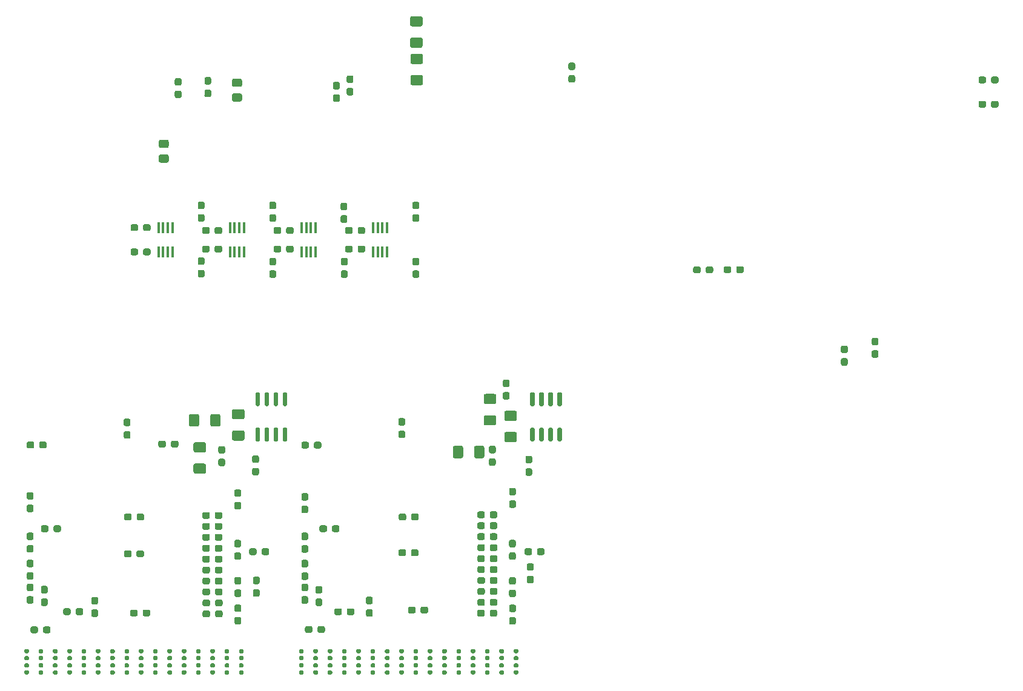
<source format=gbr>
G04 #@! TF.GenerationSoftware,KiCad,Pcbnew,5.1.10-88a1d61d58~88~ubuntu18.04.1*
G04 #@! TF.CreationDate,2021-08-13T15:16:03-04:00*
G04 #@! TF.ProjectId,readout_trenz,72656164-6f75-4745-9f74-72656e7a2e6b,rev?*
G04 #@! TF.SameCoordinates,Original*
G04 #@! TF.FileFunction,Paste,Bot*
G04 #@! TF.FilePolarity,Positive*
%FSLAX46Y46*%
G04 Gerber Fmt 4.6, Leading zero omitted, Abs format (unit mm)*
G04 Created by KiCad (PCBNEW 5.1.10-88a1d61d58~88~ubuntu18.04.1) date 2021-08-13 15:16:03*
%MOMM*%
%LPD*%
G01*
G04 APERTURE LIST*
%ADD10R,0.300000X1.600000*%
G04 APERTURE END LIST*
G36*
G01*
X447662500Y-151550000D02*
X448137500Y-151550000D01*
G75*
G02*
X448375000Y-151787500I0J-237500D01*
G01*
X448375000Y-152362500D01*
G75*
G02*
X448137500Y-152600000I-237500J0D01*
G01*
X447662500Y-152600000D01*
G75*
G02*
X447425000Y-152362500I0J237500D01*
G01*
X447425000Y-151787500D01*
G75*
G02*
X447662500Y-151550000I237500J0D01*
G01*
G37*
G36*
G01*
X447662500Y-149800000D02*
X448137500Y-149800000D01*
G75*
G02*
X448375000Y-150037500I0J-237500D01*
G01*
X448375000Y-150612500D01*
G75*
G02*
X448137500Y-150850000I-237500J0D01*
G01*
X447662500Y-150850000D01*
G75*
G02*
X447425000Y-150612500I0J237500D01*
G01*
X447425000Y-150037500D01*
G75*
G02*
X447662500Y-149800000I237500J0D01*
G01*
G37*
G36*
G01*
X451962500Y-150450000D02*
X452437500Y-150450000D01*
G75*
G02*
X452675000Y-150687500I0J-237500D01*
G01*
X452675000Y-151262500D01*
G75*
G02*
X452437500Y-151500000I-237500J0D01*
G01*
X451962500Y-151500000D01*
G75*
G02*
X451725000Y-151262500I0J237500D01*
G01*
X451725000Y-150687500D01*
G75*
G02*
X451962500Y-150450000I237500J0D01*
G01*
G37*
G36*
G01*
X451962500Y-148700000D02*
X452437500Y-148700000D01*
G75*
G02*
X452675000Y-148937500I0J-237500D01*
G01*
X452675000Y-149512500D01*
G75*
G02*
X452437500Y-149750000I-237500J0D01*
G01*
X451962500Y-149750000D01*
G75*
G02*
X451725000Y-149512500I0J237500D01*
G01*
X451725000Y-148937500D01*
G75*
G02*
X451962500Y-148700000I237500J0D01*
G01*
G37*
G36*
G01*
X363805000Y-160105000D02*
X362555000Y-160105000D01*
G75*
G02*
X362305000Y-159855000I0J250000D01*
G01*
X362305000Y-158930000D01*
G75*
G02*
X362555000Y-158680000I250000J0D01*
G01*
X363805000Y-158680000D01*
G75*
G02*
X364055000Y-158930000I0J-250000D01*
G01*
X364055000Y-159855000D01*
G75*
G02*
X363805000Y-160105000I-250000J0D01*
G01*
G37*
G36*
G01*
X363805000Y-163080000D02*
X362555000Y-163080000D01*
G75*
G02*
X362305000Y-162830000I0J250000D01*
G01*
X362305000Y-161905000D01*
G75*
G02*
X362555000Y-161655000I250000J0D01*
G01*
X363805000Y-161655000D01*
G75*
G02*
X364055000Y-161905000I0J-250000D01*
G01*
X364055000Y-162830000D01*
G75*
G02*
X363805000Y-163080000I-250000J0D01*
G01*
G37*
G36*
G01*
X357715000Y-159615000D02*
X357715000Y-160865000D01*
G75*
G02*
X357465000Y-161115000I-250000J0D01*
G01*
X356540000Y-161115000D01*
G75*
G02*
X356290000Y-160865000I0J250000D01*
G01*
X356290000Y-159615000D01*
G75*
G02*
X356540000Y-159365000I250000J0D01*
G01*
X357465000Y-159365000D01*
G75*
G02*
X357715000Y-159615000I0J-250000D01*
G01*
G37*
G36*
G01*
X360690000Y-159615000D02*
X360690000Y-160865000D01*
G75*
G02*
X360440000Y-161115000I-250000J0D01*
G01*
X359515000Y-161115000D01*
G75*
G02*
X359265000Y-160865000I0J250000D01*
G01*
X359265000Y-159615000D01*
G75*
G02*
X359515000Y-159365000I250000J0D01*
G01*
X360440000Y-159365000D01*
G75*
G02*
X360690000Y-159615000I0J-250000D01*
G01*
G37*
G36*
G01*
X357175000Y-166285000D02*
X358425000Y-166285000D01*
G75*
G02*
X358675000Y-166535000I0J-250000D01*
G01*
X358675000Y-167460000D01*
G75*
G02*
X358425000Y-167710000I-250000J0D01*
G01*
X357175000Y-167710000D01*
G75*
G02*
X356925000Y-167460000I0J250000D01*
G01*
X356925000Y-166535000D01*
G75*
G02*
X357175000Y-166285000I250000J0D01*
G01*
G37*
G36*
G01*
X357175000Y-163310000D02*
X358425000Y-163310000D01*
G75*
G02*
X358675000Y-163560000I0J-250000D01*
G01*
X358675000Y-164485000D01*
G75*
G02*
X358425000Y-164735000I-250000J0D01*
G01*
X357175000Y-164735000D01*
G75*
G02*
X356925000Y-164485000I0J250000D01*
G01*
X356925000Y-163560000D01*
G75*
G02*
X357175000Y-163310000I250000J0D01*
G01*
G37*
G36*
G01*
X398995000Y-157975000D02*
X397745000Y-157975000D01*
G75*
G02*
X397495000Y-157725000I0J250000D01*
G01*
X397495000Y-156800000D01*
G75*
G02*
X397745000Y-156550000I250000J0D01*
G01*
X398995000Y-156550000D01*
G75*
G02*
X399245000Y-156800000I0J-250000D01*
G01*
X399245000Y-157725000D01*
G75*
G02*
X398995000Y-157975000I-250000J0D01*
G01*
G37*
G36*
G01*
X398995000Y-160950000D02*
X397745000Y-160950000D01*
G75*
G02*
X397495000Y-160700000I0J250000D01*
G01*
X397495000Y-159775000D01*
G75*
G02*
X397745000Y-159525000I250000J0D01*
G01*
X398995000Y-159525000D01*
G75*
G02*
X399245000Y-159775000I0J-250000D01*
G01*
X399245000Y-160700000D01*
G75*
G02*
X398995000Y-160950000I-250000J0D01*
G01*
G37*
G36*
G01*
X401875000Y-160325000D02*
X400625000Y-160325000D01*
G75*
G02*
X400375000Y-160075000I0J250000D01*
G01*
X400375000Y-159150000D01*
G75*
G02*
X400625000Y-158900000I250000J0D01*
G01*
X401875000Y-158900000D01*
G75*
G02*
X402125000Y-159150000I0J-250000D01*
G01*
X402125000Y-160075000D01*
G75*
G02*
X401875000Y-160325000I-250000J0D01*
G01*
G37*
G36*
G01*
X401875000Y-163300000D02*
X400625000Y-163300000D01*
G75*
G02*
X400375000Y-163050000I0J250000D01*
G01*
X400375000Y-162125000D01*
G75*
G02*
X400625000Y-161875000I250000J0D01*
G01*
X401875000Y-161875000D01*
G75*
G02*
X402125000Y-162125000I0J-250000D01*
G01*
X402125000Y-163050000D01*
G75*
G02*
X401875000Y-163300000I-250000J0D01*
G01*
G37*
G36*
G01*
X394605000Y-164045000D02*
X394605000Y-165295000D01*
G75*
G02*
X394355000Y-165545000I-250000J0D01*
G01*
X393430000Y-165545000D01*
G75*
G02*
X393180000Y-165295000I0J250000D01*
G01*
X393180000Y-164045000D01*
G75*
G02*
X393430000Y-163795000I250000J0D01*
G01*
X394355000Y-163795000D01*
G75*
G02*
X394605000Y-164045000I0J-250000D01*
G01*
G37*
G36*
G01*
X397580000Y-164045000D02*
X397580000Y-165295000D01*
G75*
G02*
X397330000Y-165545000I-250000J0D01*
G01*
X396405000Y-165545000D01*
G75*
G02*
X396155000Y-165295000I0J250000D01*
G01*
X396155000Y-164045000D01*
G75*
G02*
X396405000Y-163795000I250000J0D01*
G01*
X397330000Y-163795000D01*
G75*
G02*
X397580000Y-164045000I0J-250000D01*
G01*
G37*
G36*
G01*
X359940000Y-186007500D02*
X359940000Y-185532500D01*
G75*
G02*
X360177500Y-185295000I237500J0D01*
G01*
X360752500Y-185295000D01*
G75*
G02*
X360990000Y-185532500I0J-237500D01*
G01*
X360990000Y-186007500D01*
G75*
G02*
X360752500Y-186245000I-237500J0D01*
G01*
X360177500Y-186245000D01*
G75*
G02*
X359940000Y-186007500I0J237500D01*
G01*
G37*
G36*
G01*
X358190000Y-186007500D02*
X358190000Y-185532500D01*
G75*
G02*
X358427500Y-185295000I237500J0D01*
G01*
X359002500Y-185295000D01*
G75*
G02*
X359240000Y-185532500I0J-237500D01*
G01*
X359240000Y-186007500D01*
G75*
G02*
X359002500Y-186245000I-237500J0D01*
G01*
X358427500Y-186245000D01*
G75*
G02*
X358190000Y-186007500I0J237500D01*
G01*
G37*
G36*
G01*
X359940000Y-187537500D02*
X359940000Y-187062500D01*
G75*
G02*
X360177500Y-186825000I237500J0D01*
G01*
X360752500Y-186825000D01*
G75*
G02*
X360990000Y-187062500I0J-237500D01*
G01*
X360990000Y-187537500D01*
G75*
G02*
X360752500Y-187775000I-237500J0D01*
G01*
X360177500Y-187775000D01*
G75*
G02*
X359940000Y-187537500I0J237500D01*
G01*
G37*
G36*
G01*
X358190000Y-187537500D02*
X358190000Y-187062500D01*
G75*
G02*
X358427500Y-186825000I237500J0D01*
G01*
X359002500Y-186825000D01*
G75*
G02*
X359240000Y-187062500I0J-237500D01*
G01*
X359240000Y-187537500D01*
G75*
G02*
X359002500Y-187775000I-237500J0D01*
G01*
X358427500Y-187775000D01*
G75*
G02*
X358190000Y-187537500I0J237500D01*
G01*
G37*
G36*
G01*
X359900000Y-175307500D02*
X359900000Y-174832500D01*
G75*
G02*
X360137500Y-174595000I237500J0D01*
G01*
X360712500Y-174595000D01*
G75*
G02*
X360950000Y-174832500I0J-237500D01*
G01*
X360950000Y-175307500D01*
G75*
G02*
X360712500Y-175545000I-237500J0D01*
G01*
X360137500Y-175545000D01*
G75*
G02*
X359900000Y-175307500I0J237500D01*
G01*
G37*
G36*
G01*
X358150000Y-175307500D02*
X358150000Y-174832500D01*
G75*
G02*
X358387500Y-174595000I237500J0D01*
G01*
X358962500Y-174595000D01*
G75*
G02*
X359200000Y-174832500I0J-237500D01*
G01*
X359200000Y-175307500D01*
G75*
G02*
X358962500Y-175545000I-237500J0D01*
G01*
X358387500Y-175545000D01*
G75*
G02*
X358150000Y-175307500I0J237500D01*
G01*
G37*
G36*
G01*
X359900000Y-173777500D02*
X359900000Y-173302500D01*
G75*
G02*
X360137500Y-173065000I237500J0D01*
G01*
X360712500Y-173065000D01*
G75*
G02*
X360950000Y-173302500I0J-237500D01*
G01*
X360950000Y-173777500D01*
G75*
G02*
X360712500Y-174015000I-237500J0D01*
G01*
X360137500Y-174015000D01*
G75*
G02*
X359900000Y-173777500I0J237500D01*
G01*
G37*
G36*
G01*
X358150000Y-173777500D02*
X358150000Y-173302500D01*
G75*
G02*
X358387500Y-173065000I237500J0D01*
G01*
X358962500Y-173065000D01*
G75*
G02*
X359200000Y-173302500I0J-237500D01*
G01*
X359200000Y-173777500D01*
G75*
G02*
X358962500Y-174015000I-237500J0D01*
G01*
X358387500Y-174015000D01*
G75*
G02*
X358150000Y-173777500I0J237500D01*
G01*
G37*
G36*
G01*
X359910000Y-179887500D02*
X359910000Y-179412500D01*
G75*
G02*
X360147500Y-179175000I237500J0D01*
G01*
X360722500Y-179175000D01*
G75*
G02*
X360960000Y-179412500I0J-237500D01*
G01*
X360960000Y-179887500D01*
G75*
G02*
X360722500Y-180125000I-237500J0D01*
G01*
X360147500Y-180125000D01*
G75*
G02*
X359910000Y-179887500I0J237500D01*
G01*
G37*
G36*
G01*
X358160000Y-179887500D02*
X358160000Y-179412500D01*
G75*
G02*
X358397500Y-179175000I237500J0D01*
G01*
X358972500Y-179175000D01*
G75*
G02*
X359210000Y-179412500I0J-237500D01*
G01*
X359210000Y-179887500D01*
G75*
G02*
X358972500Y-180125000I-237500J0D01*
G01*
X358397500Y-180125000D01*
G75*
G02*
X358160000Y-179887500I0J237500D01*
G01*
G37*
G36*
G01*
X359920000Y-182947500D02*
X359920000Y-182472500D01*
G75*
G02*
X360157500Y-182235000I237500J0D01*
G01*
X360732500Y-182235000D01*
G75*
G02*
X360970000Y-182472500I0J-237500D01*
G01*
X360970000Y-182947500D01*
G75*
G02*
X360732500Y-183185000I-237500J0D01*
G01*
X360157500Y-183185000D01*
G75*
G02*
X359920000Y-182947500I0J237500D01*
G01*
G37*
G36*
G01*
X358170000Y-182947500D02*
X358170000Y-182472500D01*
G75*
G02*
X358407500Y-182235000I237500J0D01*
G01*
X358982500Y-182235000D01*
G75*
G02*
X359220000Y-182472500I0J-237500D01*
G01*
X359220000Y-182947500D01*
G75*
G02*
X358982500Y-183185000I-237500J0D01*
G01*
X358407500Y-183185000D01*
G75*
G02*
X358170000Y-182947500I0J237500D01*
G01*
G37*
G36*
G01*
X398350000Y-185927500D02*
X398350000Y-185452500D01*
G75*
G02*
X398587500Y-185215000I237500J0D01*
G01*
X399162500Y-185215000D01*
G75*
G02*
X399400000Y-185452500I0J-237500D01*
G01*
X399400000Y-185927500D01*
G75*
G02*
X399162500Y-186165000I-237500J0D01*
G01*
X398587500Y-186165000D01*
G75*
G02*
X398350000Y-185927500I0J237500D01*
G01*
G37*
G36*
G01*
X396600000Y-185927500D02*
X396600000Y-185452500D01*
G75*
G02*
X396837500Y-185215000I237500J0D01*
G01*
X397412500Y-185215000D01*
G75*
G02*
X397650000Y-185452500I0J-237500D01*
G01*
X397650000Y-185927500D01*
G75*
G02*
X397412500Y-186165000I-237500J0D01*
G01*
X396837500Y-186165000D01*
G75*
G02*
X396600000Y-185927500I0J237500D01*
G01*
G37*
G36*
G01*
X398330000Y-187437500D02*
X398330000Y-186962500D01*
G75*
G02*
X398567500Y-186725000I237500J0D01*
G01*
X399142500Y-186725000D01*
G75*
G02*
X399380000Y-186962500I0J-237500D01*
G01*
X399380000Y-187437500D01*
G75*
G02*
X399142500Y-187675000I-237500J0D01*
G01*
X398567500Y-187675000D01*
G75*
G02*
X398330000Y-187437500I0J237500D01*
G01*
G37*
G36*
G01*
X396580000Y-187437500D02*
X396580000Y-186962500D01*
G75*
G02*
X396817500Y-186725000I237500J0D01*
G01*
X397392500Y-186725000D01*
G75*
G02*
X397630000Y-186962500I0J-237500D01*
G01*
X397630000Y-187437500D01*
G75*
G02*
X397392500Y-187675000I-237500J0D01*
G01*
X396817500Y-187675000D01*
G75*
G02*
X396580000Y-187437500I0J237500D01*
G01*
G37*
G36*
G01*
X398350000Y-175207500D02*
X398350000Y-174732500D01*
G75*
G02*
X398587500Y-174495000I237500J0D01*
G01*
X399162500Y-174495000D01*
G75*
G02*
X399400000Y-174732500I0J-237500D01*
G01*
X399400000Y-175207500D01*
G75*
G02*
X399162500Y-175445000I-237500J0D01*
G01*
X398587500Y-175445000D01*
G75*
G02*
X398350000Y-175207500I0J237500D01*
G01*
G37*
G36*
G01*
X396600000Y-175207500D02*
X396600000Y-174732500D01*
G75*
G02*
X396837500Y-174495000I237500J0D01*
G01*
X397412500Y-174495000D01*
G75*
G02*
X397650000Y-174732500I0J-237500D01*
G01*
X397650000Y-175207500D01*
G75*
G02*
X397412500Y-175445000I-237500J0D01*
G01*
X396837500Y-175445000D01*
G75*
G02*
X396600000Y-175207500I0J237500D01*
G01*
G37*
G36*
G01*
X398350000Y-173677500D02*
X398350000Y-173202500D01*
G75*
G02*
X398587500Y-172965000I237500J0D01*
G01*
X399162500Y-172965000D01*
G75*
G02*
X399400000Y-173202500I0J-237500D01*
G01*
X399400000Y-173677500D01*
G75*
G02*
X399162500Y-173915000I-237500J0D01*
G01*
X398587500Y-173915000D01*
G75*
G02*
X398350000Y-173677500I0J237500D01*
G01*
G37*
G36*
G01*
X396600000Y-173677500D02*
X396600000Y-173202500D01*
G75*
G02*
X396837500Y-172965000I237500J0D01*
G01*
X397412500Y-172965000D01*
G75*
G02*
X397650000Y-173202500I0J-237500D01*
G01*
X397650000Y-173677500D01*
G75*
G02*
X397412500Y-173915000I-237500J0D01*
G01*
X396837500Y-173915000D01*
G75*
G02*
X396600000Y-173677500I0J237500D01*
G01*
G37*
G36*
G01*
X398350000Y-179817500D02*
X398350000Y-179342500D01*
G75*
G02*
X398587500Y-179105000I237500J0D01*
G01*
X399162500Y-179105000D01*
G75*
G02*
X399400000Y-179342500I0J-237500D01*
G01*
X399400000Y-179817500D01*
G75*
G02*
X399162500Y-180055000I-237500J0D01*
G01*
X398587500Y-180055000D01*
G75*
G02*
X398350000Y-179817500I0J237500D01*
G01*
G37*
G36*
G01*
X396600000Y-179817500D02*
X396600000Y-179342500D01*
G75*
G02*
X396837500Y-179105000I237500J0D01*
G01*
X397412500Y-179105000D01*
G75*
G02*
X397650000Y-179342500I0J-237500D01*
G01*
X397650000Y-179817500D01*
G75*
G02*
X397412500Y-180055000I-237500J0D01*
G01*
X396837500Y-180055000D01*
G75*
G02*
X396600000Y-179817500I0J237500D01*
G01*
G37*
G36*
G01*
X398360000Y-182867500D02*
X398360000Y-182392500D01*
G75*
G02*
X398597500Y-182155000I237500J0D01*
G01*
X399172500Y-182155000D01*
G75*
G02*
X399410000Y-182392500I0J-237500D01*
G01*
X399410000Y-182867500D01*
G75*
G02*
X399172500Y-183105000I-237500J0D01*
G01*
X398597500Y-183105000D01*
G75*
G02*
X398360000Y-182867500I0J237500D01*
G01*
G37*
G36*
G01*
X396610000Y-182867500D02*
X396610000Y-182392500D01*
G75*
G02*
X396847500Y-182155000I237500J0D01*
G01*
X397422500Y-182155000D01*
G75*
G02*
X397660000Y-182392500I0J-237500D01*
G01*
X397660000Y-182867500D01*
G75*
G02*
X397422500Y-183105000I-237500J0D01*
G01*
X396847500Y-183105000D01*
G75*
G02*
X396610000Y-182867500I0J237500D01*
G01*
G37*
G36*
G01*
X340450000Y-187227500D02*
X340450000Y-186752500D01*
G75*
G02*
X340687500Y-186515000I237500J0D01*
G01*
X341262500Y-186515000D01*
G75*
G02*
X341500000Y-186752500I0J-237500D01*
G01*
X341500000Y-187227500D01*
G75*
G02*
X341262500Y-187465000I-237500J0D01*
G01*
X340687500Y-187465000D01*
G75*
G02*
X340450000Y-187227500I0J237500D01*
G01*
G37*
G36*
G01*
X338700000Y-187227500D02*
X338700000Y-186752500D01*
G75*
G02*
X338937500Y-186515000I237500J0D01*
G01*
X339512500Y-186515000D01*
G75*
G02*
X339750000Y-186752500I0J-237500D01*
G01*
X339750000Y-187227500D01*
G75*
G02*
X339512500Y-187465000I-237500J0D01*
G01*
X338937500Y-187465000D01*
G75*
G02*
X338700000Y-187227500I0J237500D01*
G01*
G37*
G36*
G01*
X378350000Y-187237500D02*
X378350000Y-186762500D01*
G75*
G02*
X378587500Y-186525000I237500J0D01*
G01*
X379162500Y-186525000D01*
G75*
G02*
X379400000Y-186762500I0J-237500D01*
G01*
X379400000Y-187237500D01*
G75*
G02*
X379162500Y-187475000I-237500J0D01*
G01*
X378587500Y-187475000D01*
G75*
G02*
X378350000Y-187237500I0J237500D01*
G01*
G37*
G36*
G01*
X376600000Y-187237500D02*
X376600000Y-186762500D01*
G75*
G02*
X376837500Y-186525000I237500J0D01*
G01*
X377412500Y-186525000D01*
G75*
G02*
X377650000Y-186762500I0J-237500D01*
G01*
X377650000Y-187237500D01*
G75*
G02*
X377412500Y-187475000I-237500J0D01*
G01*
X376837500Y-187475000D01*
G75*
G02*
X376600000Y-187237500I0J237500D01*
G01*
G37*
G36*
G01*
X388700000Y-105175000D02*
X387450000Y-105175000D01*
G75*
G02*
X387200000Y-104925000I0J250000D01*
G01*
X387200000Y-104000000D01*
G75*
G02*
X387450000Y-103750000I250000J0D01*
G01*
X388700000Y-103750000D01*
G75*
G02*
X388950000Y-104000000I0J-250000D01*
G01*
X388950000Y-104925000D01*
G75*
G02*
X388700000Y-105175000I-250000J0D01*
G01*
G37*
G36*
G01*
X388700000Y-108150000D02*
X387450000Y-108150000D01*
G75*
G02*
X387200000Y-107900000I0J250000D01*
G01*
X387200000Y-106975000D01*
G75*
G02*
X387450000Y-106725000I250000J0D01*
G01*
X388700000Y-106725000D01*
G75*
G02*
X388950000Y-106975000I0J-250000D01*
G01*
X388950000Y-107900000D01*
G75*
G02*
X388700000Y-108150000I-250000J0D01*
G01*
G37*
G36*
G01*
X388750000Y-110425000D02*
X387500000Y-110425000D01*
G75*
G02*
X387250000Y-110175000I0J250000D01*
G01*
X387250000Y-109250000D01*
G75*
G02*
X387500000Y-109000000I250000J0D01*
G01*
X388750000Y-109000000D01*
G75*
G02*
X389000000Y-109250000I0J-250000D01*
G01*
X389000000Y-110175000D01*
G75*
G02*
X388750000Y-110425000I-250000J0D01*
G01*
G37*
G36*
G01*
X388750000Y-113400000D02*
X387500000Y-113400000D01*
G75*
G02*
X387250000Y-113150000I0J250000D01*
G01*
X387250000Y-112225000D01*
G75*
G02*
X387500000Y-111975000I250000J0D01*
G01*
X388750000Y-111975000D01*
G75*
G02*
X389000000Y-112225000I0J-250000D01*
G01*
X389000000Y-113150000D01*
G75*
G02*
X388750000Y-113400000I-250000J0D01*
G01*
G37*
G36*
G01*
X410037500Y-111275000D02*
X409562500Y-111275000D01*
G75*
G02*
X409325000Y-111037500I0J237500D01*
G01*
X409325000Y-110462500D01*
G75*
G02*
X409562500Y-110225000I237500J0D01*
G01*
X410037500Y-110225000D01*
G75*
G02*
X410275000Y-110462500I0J-237500D01*
G01*
X410275000Y-111037500D01*
G75*
G02*
X410037500Y-111275000I-237500J0D01*
G01*
G37*
G36*
G01*
X410037500Y-113025000D02*
X409562500Y-113025000D01*
G75*
G02*
X409325000Y-112787500I0J237500D01*
G01*
X409325000Y-112212500D01*
G75*
G02*
X409562500Y-111975000I237500J0D01*
G01*
X410037500Y-111975000D01*
G75*
G02*
X410275000Y-112212500I0J-237500D01*
G01*
X410275000Y-112787500D01*
G75*
G02*
X410037500Y-113025000I-237500J0D01*
G01*
G37*
G36*
G01*
X371827500Y-192220000D02*
X372172500Y-192220000D01*
G75*
G02*
X372320000Y-192367500I0J-147500D01*
G01*
X372320000Y-192662500D01*
G75*
G02*
X372172500Y-192810000I-147500J0D01*
G01*
X371827500Y-192810000D01*
G75*
G02*
X371680000Y-192662500I0J147500D01*
G01*
X371680000Y-192367500D01*
G75*
G02*
X371827500Y-192220000I147500J0D01*
G01*
G37*
G36*
G01*
X371827500Y-193190000D02*
X372172500Y-193190000D01*
G75*
G02*
X372320000Y-193337500I0J-147500D01*
G01*
X372320000Y-193632500D01*
G75*
G02*
X372172500Y-193780000I-147500J0D01*
G01*
X371827500Y-193780000D01*
G75*
G02*
X371680000Y-193632500I0J147500D01*
G01*
X371680000Y-193337500D01*
G75*
G02*
X371827500Y-193190000I147500J0D01*
G01*
G37*
G36*
G01*
X373827500Y-193190000D02*
X374172500Y-193190000D01*
G75*
G02*
X374320000Y-193337500I0J-147500D01*
G01*
X374320000Y-193632500D01*
G75*
G02*
X374172500Y-193780000I-147500J0D01*
G01*
X373827500Y-193780000D01*
G75*
G02*
X373680000Y-193632500I0J147500D01*
G01*
X373680000Y-193337500D01*
G75*
G02*
X373827500Y-193190000I147500J0D01*
G01*
G37*
G36*
G01*
X373827500Y-192220000D02*
X374172500Y-192220000D01*
G75*
G02*
X374320000Y-192367500I0J-147500D01*
G01*
X374320000Y-192662500D01*
G75*
G02*
X374172500Y-192810000I-147500J0D01*
G01*
X373827500Y-192810000D01*
G75*
G02*
X373680000Y-192662500I0J147500D01*
G01*
X373680000Y-192367500D01*
G75*
G02*
X373827500Y-192220000I147500J0D01*
G01*
G37*
G36*
G01*
X375827500Y-192220000D02*
X376172500Y-192220000D01*
G75*
G02*
X376320000Y-192367500I0J-147500D01*
G01*
X376320000Y-192662500D01*
G75*
G02*
X376172500Y-192810000I-147500J0D01*
G01*
X375827500Y-192810000D01*
G75*
G02*
X375680000Y-192662500I0J147500D01*
G01*
X375680000Y-192367500D01*
G75*
G02*
X375827500Y-192220000I147500J0D01*
G01*
G37*
G36*
G01*
X375827500Y-193190000D02*
X376172500Y-193190000D01*
G75*
G02*
X376320000Y-193337500I0J-147500D01*
G01*
X376320000Y-193632500D01*
G75*
G02*
X376172500Y-193780000I-147500J0D01*
G01*
X375827500Y-193780000D01*
G75*
G02*
X375680000Y-193632500I0J147500D01*
G01*
X375680000Y-193337500D01*
G75*
G02*
X375827500Y-193190000I147500J0D01*
G01*
G37*
G36*
G01*
X377827500Y-193190000D02*
X378172500Y-193190000D01*
G75*
G02*
X378320000Y-193337500I0J-147500D01*
G01*
X378320000Y-193632500D01*
G75*
G02*
X378172500Y-193780000I-147500J0D01*
G01*
X377827500Y-193780000D01*
G75*
G02*
X377680000Y-193632500I0J147500D01*
G01*
X377680000Y-193337500D01*
G75*
G02*
X377827500Y-193190000I147500J0D01*
G01*
G37*
G36*
G01*
X377827500Y-192220000D02*
X378172500Y-192220000D01*
G75*
G02*
X378320000Y-192367500I0J-147500D01*
G01*
X378320000Y-192662500D01*
G75*
G02*
X378172500Y-192810000I-147500J0D01*
G01*
X377827500Y-192810000D01*
G75*
G02*
X377680000Y-192662500I0J147500D01*
G01*
X377680000Y-192367500D01*
G75*
G02*
X377827500Y-192220000I147500J0D01*
G01*
G37*
G36*
G01*
X379827500Y-192220000D02*
X380172500Y-192220000D01*
G75*
G02*
X380320000Y-192367500I0J-147500D01*
G01*
X380320000Y-192662500D01*
G75*
G02*
X380172500Y-192810000I-147500J0D01*
G01*
X379827500Y-192810000D01*
G75*
G02*
X379680000Y-192662500I0J147500D01*
G01*
X379680000Y-192367500D01*
G75*
G02*
X379827500Y-192220000I147500J0D01*
G01*
G37*
G36*
G01*
X379827500Y-193190000D02*
X380172500Y-193190000D01*
G75*
G02*
X380320000Y-193337500I0J-147500D01*
G01*
X380320000Y-193632500D01*
G75*
G02*
X380172500Y-193780000I-147500J0D01*
G01*
X379827500Y-193780000D01*
G75*
G02*
X379680000Y-193632500I0J147500D01*
G01*
X379680000Y-193337500D01*
G75*
G02*
X379827500Y-193190000I147500J0D01*
G01*
G37*
G36*
G01*
X381827500Y-193190000D02*
X382172500Y-193190000D01*
G75*
G02*
X382320000Y-193337500I0J-147500D01*
G01*
X382320000Y-193632500D01*
G75*
G02*
X382172500Y-193780000I-147500J0D01*
G01*
X381827500Y-193780000D01*
G75*
G02*
X381680000Y-193632500I0J147500D01*
G01*
X381680000Y-193337500D01*
G75*
G02*
X381827500Y-193190000I147500J0D01*
G01*
G37*
G36*
G01*
X381827500Y-192220000D02*
X382172500Y-192220000D01*
G75*
G02*
X382320000Y-192367500I0J-147500D01*
G01*
X382320000Y-192662500D01*
G75*
G02*
X382172500Y-192810000I-147500J0D01*
G01*
X381827500Y-192810000D01*
G75*
G02*
X381680000Y-192662500I0J147500D01*
G01*
X381680000Y-192367500D01*
G75*
G02*
X381827500Y-192220000I147500J0D01*
G01*
G37*
G36*
G01*
X383827500Y-192220000D02*
X384172500Y-192220000D01*
G75*
G02*
X384320000Y-192367500I0J-147500D01*
G01*
X384320000Y-192662500D01*
G75*
G02*
X384172500Y-192810000I-147500J0D01*
G01*
X383827500Y-192810000D01*
G75*
G02*
X383680000Y-192662500I0J147500D01*
G01*
X383680000Y-192367500D01*
G75*
G02*
X383827500Y-192220000I147500J0D01*
G01*
G37*
G36*
G01*
X383827500Y-193190000D02*
X384172500Y-193190000D01*
G75*
G02*
X384320000Y-193337500I0J-147500D01*
G01*
X384320000Y-193632500D01*
G75*
G02*
X384172500Y-193780000I-147500J0D01*
G01*
X383827500Y-193780000D01*
G75*
G02*
X383680000Y-193632500I0J147500D01*
G01*
X383680000Y-193337500D01*
G75*
G02*
X383827500Y-193190000I147500J0D01*
G01*
G37*
G36*
G01*
X385827500Y-193190000D02*
X386172500Y-193190000D01*
G75*
G02*
X386320000Y-193337500I0J-147500D01*
G01*
X386320000Y-193632500D01*
G75*
G02*
X386172500Y-193780000I-147500J0D01*
G01*
X385827500Y-193780000D01*
G75*
G02*
X385680000Y-193632500I0J147500D01*
G01*
X385680000Y-193337500D01*
G75*
G02*
X385827500Y-193190000I147500J0D01*
G01*
G37*
G36*
G01*
X385827500Y-192220000D02*
X386172500Y-192220000D01*
G75*
G02*
X386320000Y-192367500I0J-147500D01*
G01*
X386320000Y-192662500D01*
G75*
G02*
X386172500Y-192810000I-147500J0D01*
G01*
X385827500Y-192810000D01*
G75*
G02*
X385680000Y-192662500I0J147500D01*
G01*
X385680000Y-192367500D01*
G75*
G02*
X385827500Y-192220000I147500J0D01*
G01*
G37*
G36*
G01*
X387827500Y-193190000D02*
X388172500Y-193190000D01*
G75*
G02*
X388320000Y-193337500I0J-147500D01*
G01*
X388320000Y-193632500D01*
G75*
G02*
X388172500Y-193780000I-147500J0D01*
G01*
X387827500Y-193780000D01*
G75*
G02*
X387680000Y-193632500I0J147500D01*
G01*
X387680000Y-193337500D01*
G75*
G02*
X387827500Y-193190000I147500J0D01*
G01*
G37*
G36*
G01*
X387827500Y-192220000D02*
X388172500Y-192220000D01*
G75*
G02*
X388320000Y-192367500I0J-147500D01*
G01*
X388320000Y-192662500D01*
G75*
G02*
X388172500Y-192810000I-147500J0D01*
G01*
X387827500Y-192810000D01*
G75*
G02*
X387680000Y-192662500I0J147500D01*
G01*
X387680000Y-192367500D01*
G75*
G02*
X387827500Y-192220000I147500J0D01*
G01*
G37*
G36*
G01*
X389827500Y-192220000D02*
X390172500Y-192220000D01*
G75*
G02*
X390320000Y-192367500I0J-147500D01*
G01*
X390320000Y-192662500D01*
G75*
G02*
X390172500Y-192810000I-147500J0D01*
G01*
X389827500Y-192810000D01*
G75*
G02*
X389680000Y-192662500I0J147500D01*
G01*
X389680000Y-192367500D01*
G75*
G02*
X389827500Y-192220000I147500J0D01*
G01*
G37*
G36*
G01*
X389827500Y-193190000D02*
X390172500Y-193190000D01*
G75*
G02*
X390320000Y-193337500I0J-147500D01*
G01*
X390320000Y-193632500D01*
G75*
G02*
X390172500Y-193780000I-147500J0D01*
G01*
X389827500Y-193780000D01*
G75*
G02*
X389680000Y-193632500I0J147500D01*
G01*
X389680000Y-193337500D01*
G75*
G02*
X389827500Y-193190000I147500J0D01*
G01*
G37*
G36*
G01*
X391827500Y-192220000D02*
X392172500Y-192220000D01*
G75*
G02*
X392320000Y-192367500I0J-147500D01*
G01*
X392320000Y-192662500D01*
G75*
G02*
X392172500Y-192810000I-147500J0D01*
G01*
X391827500Y-192810000D01*
G75*
G02*
X391680000Y-192662500I0J147500D01*
G01*
X391680000Y-192367500D01*
G75*
G02*
X391827500Y-192220000I147500J0D01*
G01*
G37*
G36*
G01*
X391827500Y-193190000D02*
X392172500Y-193190000D01*
G75*
G02*
X392320000Y-193337500I0J-147500D01*
G01*
X392320000Y-193632500D01*
G75*
G02*
X392172500Y-193780000I-147500J0D01*
G01*
X391827500Y-193780000D01*
G75*
G02*
X391680000Y-193632500I0J147500D01*
G01*
X391680000Y-193337500D01*
G75*
G02*
X391827500Y-193190000I147500J0D01*
G01*
G37*
G36*
G01*
X393827500Y-193190000D02*
X394172500Y-193190000D01*
G75*
G02*
X394320000Y-193337500I0J-147500D01*
G01*
X394320000Y-193632500D01*
G75*
G02*
X394172500Y-193780000I-147500J0D01*
G01*
X393827500Y-193780000D01*
G75*
G02*
X393680000Y-193632500I0J147500D01*
G01*
X393680000Y-193337500D01*
G75*
G02*
X393827500Y-193190000I147500J0D01*
G01*
G37*
G36*
G01*
X393827500Y-192220000D02*
X394172500Y-192220000D01*
G75*
G02*
X394320000Y-192367500I0J-147500D01*
G01*
X394320000Y-192662500D01*
G75*
G02*
X394172500Y-192810000I-147500J0D01*
G01*
X393827500Y-192810000D01*
G75*
G02*
X393680000Y-192662500I0J147500D01*
G01*
X393680000Y-192367500D01*
G75*
G02*
X393827500Y-192220000I147500J0D01*
G01*
G37*
G36*
G01*
X395827500Y-192220000D02*
X396172500Y-192220000D01*
G75*
G02*
X396320000Y-192367500I0J-147500D01*
G01*
X396320000Y-192662500D01*
G75*
G02*
X396172500Y-192810000I-147500J0D01*
G01*
X395827500Y-192810000D01*
G75*
G02*
X395680000Y-192662500I0J147500D01*
G01*
X395680000Y-192367500D01*
G75*
G02*
X395827500Y-192220000I147500J0D01*
G01*
G37*
G36*
G01*
X395827500Y-193190000D02*
X396172500Y-193190000D01*
G75*
G02*
X396320000Y-193337500I0J-147500D01*
G01*
X396320000Y-193632500D01*
G75*
G02*
X396172500Y-193780000I-147500J0D01*
G01*
X395827500Y-193780000D01*
G75*
G02*
X395680000Y-193632500I0J147500D01*
G01*
X395680000Y-193337500D01*
G75*
G02*
X395827500Y-193190000I147500J0D01*
G01*
G37*
G36*
G01*
X397827500Y-193190000D02*
X398172500Y-193190000D01*
G75*
G02*
X398320000Y-193337500I0J-147500D01*
G01*
X398320000Y-193632500D01*
G75*
G02*
X398172500Y-193780000I-147500J0D01*
G01*
X397827500Y-193780000D01*
G75*
G02*
X397680000Y-193632500I0J147500D01*
G01*
X397680000Y-193337500D01*
G75*
G02*
X397827500Y-193190000I147500J0D01*
G01*
G37*
G36*
G01*
X397827500Y-192220000D02*
X398172500Y-192220000D01*
G75*
G02*
X398320000Y-192367500I0J-147500D01*
G01*
X398320000Y-192662500D01*
G75*
G02*
X398172500Y-192810000I-147500J0D01*
G01*
X397827500Y-192810000D01*
G75*
G02*
X397680000Y-192662500I0J147500D01*
G01*
X397680000Y-192367500D01*
G75*
G02*
X397827500Y-192220000I147500J0D01*
G01*
G37*
G36*
G01*
X399827500Y-193190000D02*
X400172500Y-193190000D01*
G75*
G02*
X400320000Y-193337500I0J-147500D01*
G01*
X400320000Y-193632500D01*
G75*
G02*
X400172500Y-193780000I-147500J0D01*
G01*
X399827500Y-193780000D01*
G75*
G02*
X399680000Y-193632500I0J147500D01*
G01*
X399680000Y-193337500D01*
G75*
G02*
X399827500Y-193190000I147500J0D01*
G01*
G37*
G36*
G01*
X399827500Y-192220000D02*
X400172500Y-192220000D01*
G75*
G02*
X400320000Y-192367500I0J-147500D01*
G01*
X400320000Y-192662500D01*
G75*
G02*
X400172500Y-192810000I-147500J0D01*
G01*
X399827500Y-192810000D01*
G75*
G02*
X399680000Y-192662500I0J147500D01*
G01*
X399680000Y-192367500D01*
G75*
G02*
X399827500Y-192220000I147500J0D01*
G01*
G37*
G36*
G01*
X401827500Y-192220000D02*
X402172500Y-192220000D01*
G75*
G02*
X402320000Y-192367500I0J-147500D01*
G01*
X402320000Y-192662500D01*
G75*
G02*
X402172500Y-192810000I-147500J0D01*
G01*
X401827500Y-192810000D01*
G75*
G02*
X401680000Y-192662500I0J147500D01*
G01*
X401680000Y-192367500D01*
G75*
G02*
X401827500Y-192220000I147500J0D01*
G01*
G37*
G36*
G01*
X401827500Y-193190000D02*
X402172500Y-193190000D01*
G75*
G02*
X402320000Y-193337500I0J-147500D01*
G01*
X402320000Y-193632500D01*
G75*
G02*
X402172500Y-193780000I-147500J0D01*
G01*
X401827500Y-193780000D01*
G75*
G02*
X401680000Y-193632500I0J147500D01*
G01*
X401680000Y-193337500D01*
G75*
G02*
X401827500Y-193190000I147500J0D01*
G01*
G37*
G36*
G01*
X333427500Y-192220000D02*
X333772500Y-192220000D01*
G75*
G02*
X333920000Y-192367500I0J-147500D01*
G01*
X333920000Y-192662500D01*
G75*
G02*
X333772500Y-192810000I-147500J0D01*
G01*
X333427500Y-192810000D01*
G75*
G02*
X333280000Y-192662500I0J147500D01*
G01*
X333280000Y-192367500D01*
G75*
G02*
X333427500Y-192220000I147500J0D01*
G01*
G37*
G36*
G01*
X333427500Y-193190000D02*
X333772500Y-193190000D01*
G75*
G02*
X333920000Y-193337500I0J-147500D01*
G01*
X333920000Y-193632500D01*
G75*
G02*
X333772500Y-193780000I-147500J0D01*
G01*
X333427500Y-193780000D01*
G75*
G02*
X333280000Y-193632500I0J147500D01*
G01*
X333280000Y-193337500D01*
G75*
G02*
X333427500Y-193190000I147500J0D01*
G01*
G37*
G36*
G01*
X335427500Y-193190000D02*
X335772500Y-193190000D01*
G75*
G02*
X335920000Y-193337500I0J-147500D01*
G01*
X335920000Y-193632500D01*
G75*
G02*
X335772500Y-193780000I-147500J0D01*
G01*
X335427500Y-193780000D01*
G75*
G02*
X335280000Y-193632500I0J147500D01*
G01*
X335280000Y-193337500D01*
G75*
G02*
X335427500Y-193190000I147500J0D01*
G01*
G37*
G36*
G01*
X335427500Y-192220000D02*
X335772500Y-192220000D01*
G75*
G02*
X335920000Y-192367500I0J-147500D01*
G01*
X335920000Y-192662500D01*
G75*
G02*
X335772500Y-192810000I-147500J0D01*
G01*
X335427500Y-192810000D01*
G75*
G02*
X335280000Y-192662500I0J147500D01*
G01*
X335280000Y-192367500D01*
G75*
G02*
X335427500Y-192220000I147500J0D01*
G01*
G37*
G36*
G01*
X337427500Y-193190000D02*
X337772500Y-193190000D01*
G75*
G02*
X337920000Y-193337500I0J-147500D01*
G01*
X337920000Y-193632500D01*
G75*
G02*
X337772500Y-193780000I-147500J0D01*
G01*
X337427500Y-193780000D01*
G75*
G02*
X337280000Y-193632500I0J147500D01*
G01*
X337280000Y-193337500D01*
G75*
G02*
X337427500Y-193190000I147500J0D01*
G01*
G37*
G36*
G01*
X337427500Y-192220000D02*
X337772500Y-192220000D01*
G75*
G02*
X337920000Y-192367500I0J-147500D01*
G01*
X337920000Y-192662500D01*
G75*
G02*
X337772500Y-192810000I-147500J0D01*
G01*
X337427500Y-192810000D01*
G75*
G02*
X337280000Y-192662500I0J147500D01*
G01*
X337280000Y-192367500D01*
G75*
G02*
X337427500Y-192220000I147500J0D01*
G01*
G37*
G36*
G01*
X339427500Y-192220000D02*
X339772500Y-192220000D01*
G75*
G02*
X339920000Y-192367500I0J-147500D01*
G01*
X339920000Y-192662500D01*
G75*
G02*
X339772500Y-192810000I-147500J0D01*
G01*
X339427500Y-192810000D01*
G75*
G02*
X339280000Y-192662500I0J147500D01*
G01*
X339280000Y-192367500D01*
G75*
G02*
X339427500Y-192220000I147500J0D01*
G01*
G37*
G36*
G01*
X339427500Y-193190000D02*
X339772500Y-193190000D01*
G75*
G02*
X339920000Y-193337500I0J-147500D01*
G01*
X339920000Y-193632500D01*
G75*
G02*
X339772500Y-193780000I-147500J0D01*
G01*
X339427500Y-193780000D01*
G75*
G02*
X339280000Y-193632500I0J147500D01*
G01*
X339280000Y-193337500D01*
G75*
G02*
X339427500Y-193190000I147500J0D01*
G01*
G37*
G36*
G01*
X341427500Y-193190000D02*
X341772500Y-193190000D01*
G75*
G02*
X341920000Y-193337500I0J-147500D01*
G01*
X341920000Y-193632500D01*
G75*
G02*
X341772500Y-193780000I-147500J0D01*
G01*
X341427500Y-193780000D01*
G75*
G02*
X341280000Y-193632500I0J147500D01*
G01*
X341280000Y-193337500D01*
G75*
G02*
X341427500Y-193190000I147500J0D01*
G01*
G37*
G36*
G01*
X341427500Y-192220000D02*
X341772500Y-192220000D01*
G75*
G02*
X341920000Y-192367500I0J-147500D01*
G01*
X341920000Y-192662500D01*
G75*
G02*
X341772500Y-192810000I-147500J0D01*
G01*
X341427500Y-192810000D01*
G75*
G02*
X341280000Y-192662500I0J147500D01*
G01*
X341280000Y-192367500D01*
G75*
G02*
X341427500Y-192220000I147500J0D01*
G01*
G37*
G36*
G01*
X343427500Y-192220000D02*
X343772500Y-192220000D01*
G75*
G02*
X343920000Y-192367500I0J-147500D01*
G01*
X343920000Y-192662500D01*
G75*
G02*
X343772500Y-192810000I-147500J0D01*
G01*
X343427500Y-192810000D01*
G75*
G02*
X343280000Y-192662500I0J147500D01*
G01*
X343280000Y-192367500D01*
G75*
G02*
X343427500Y-192220000I147500J0D01*
G01*
G37*
G36*
G01*
X343427500Y-193190000D02*
X343772500Y-193190000D01*
G75*
G02*
X343920000Y-193337500I0J-147500D01*
G01*
X343920000Y-193632500D01*
G75*
G02*
X343772500Y-193780000I-147500J0D01*
G01*
X343427500Y-193780000D01*
G75*
G02*
X343280000Y-193632500I0J147500D01*
G01*
X343280000Y-193337500D01*
G75*
G02*
X343427500Y-193190000I147500J0D01*
G01*
G37*
G36*
G01*
X345427500Y-193190000D02*
X345772500Y-193190000D01*
G75*
G02*
X345920000Y-193337500I0J-147500D01*
G01*
X345920000Y-193632500D01*
G75*
G02*
X345772500Y-193780000I-147500J0D01*
G01*
X345427500Y-193780000D01*
G75*
G02*
X345280000Y-193632500I0J147500D01*
G01*
X345280000Y-193337500D01*
G75*
G02*
X345427500Y-193190000I147500J0D01*
G01*
G37*
G36*
G01*
X345427500Y-192220000D02*
X345772500Y-192220000D01*
G75*
G02*
X345920000Y-192367500I0J-147500D01*
G01*
X345920000Y-192662500D01*
G75*
G02*
X345772500Y-192810000I-147500J0D01*
G01*
X345427500Y-192810000D01*
G75*
G02*
X345280000Y-192662500I0J147500D01*
G01*
X345280000Y-192367500D01*
G75*
G02*
X345427500Y-192220000I147500J0D01*
G01*
G37*
G36*
G01*
X347427500Y-192220000D02*
X347772500Y-192220000D01*
G75*
G02*
X347920000Y-192367500I0J-147500D01*
G01*
X347920000Y-192662500D01*
G75*
G02*
X347772500Y-192810000I-147500J0D01*
G01*
X347427500Y-192810000D01*
G75*
G02*
X347280000Y-192662500I0J147500D01*
G01*
X347280000Y-192367500D01*
G75*
G02*
X347427500Y-192220000I147500J0D01*
G01*
G37*
G36*
G01*
X347427500Y-193190000D02*
X347772500Y-193190000D01*
G75*
G02*
X347920000Y-193337500I0J-147500D01*
G01*
X347920000Y-193632500D01*
G75*
G02*
X347772500Y-193780000I-147500J0D01*
G01*
X347427500Y-193780000D01*
G75*
G02*
X347280000Y-193632500I0J147500D01*
G01*
X347280000Y-193337500D01*
G75*
G02*
X347427500Y-193190000I147500J0D01*
G01*
G37*
G36*
G01*
X349427500Y-192220000D02*
X349772500Y-192220000D01*
G75*
G02*
X349920000Y-192367500I0J-147500D01*
G01*
X349920000Y-192662500D01*
G75*
G02*
X349772500Y-192810000I-147500J0D01*
G01*
X349427500Y-192810000D01*
G75*
G02*
X349280000Y-192662500I0J147500D01*
G01*
X349280000Y-192367500D01*
G75*
G02*
X349427500Y-192220000I147500J0D01*
G01*
G37*
G36*
G01*
X349427500Y-193190000D02*
X349772500Y-193190000D01*
G75*
G02*
X349920000Y-193337500I0J-147500D01*
G01*
X349920000Y-193632500D01*
G75*
G02*
X349772500Y-193780000I-147500J0D01*
G01*
X349427500Y-193780000D01*
G75*
G02*
X349280000Y-193632500I0J147500D01*
G01*
X349280000Y-193337500D01*
G75*
G02*
X349427500Y-193190000I147500J0D01*
G01*
G37*
G36*
G01*
X351427500Y-193190000D02*
X351772500Y-193190000D01*
G75*
G02*
X351920000Y-193337500I0J-147500D01*
G01*
X351920000Y-193632500D01*
G75*
G02*
X351772500Y-193780000I-147500J0D01*
G01*
X351427500Y-193780000D01*
G75*
G02*
X351280000Y-193632500I0J147500D01*
G01*
X351280000Y-193337500D01*
G75*
G02*
X351427500Y-193190000I147500J0D01*
G01*
G37*
G36*
G01*
X351427500Y-192220000D02*
X351772500Y-192220000D01*
G75*
G02*
X351920000Y-192367500I0J-147500D01*
G01*
X351920000Y-192662500D01*
G75*
G02*
X351772500Y-192810000I-147500J0D01*
G01*
X351427500Y-192810000D01*
G75*
G02*
X351280000Y-192662500I0J147500D01*
G01*
X351280000Y-192367500D01*
G75*
G02*
X351427500Y-192220000I147500J0D01*
G01*
G37*
G36*
G01*
X353427500Y-193190000D02*
X353772500Y-193190000D01*
G75*
G02*
X353920000Y-193337500I0J-147500D01*
G01*
X353920000Y-193632500D01*
G75*
G02*
X353772500Y-193780000I-147500J0D01*
G01*
X353427500Y-193780000D01*
G75*
G02*
X353280000Y-193632500I0J147500D01*
G01*
X353280000Y-193337500D01*
G75*
G02*
X353427500Y-193190000I147500J0D01*
G01*
G37*
G36*
G01*
X353427500Y-192220000D02*
X353772500Y-192220000D01*
G75*
G02*
X353920000Y-192367500I0J-147500D01*
G01*
X353920000Y-192662500D01*
G75*
G02*
X353772500Y-192810000I-147500J0D01*
G01*
X353427500Y-192810000D01*
G75*
G02*
X353280000Y-192662500I0J147500D01*
G01*
X353280000Y-192367500D01*
G75*
G02*
X353427500Y-192220000I147500J0D01*
G01*
G37*
G36*
G01*
X355427500Y-193190000D02*
X355772500Y-193190000D01*
G75*
G02*
X355920000Y-193337500I0J-147500D01*
G01*
X355920000Y-193632500D01*
G75*
G02*
X355772500Y-193780000I-147500J0D01*
G01*
X355427500Y-193780000D01*
G75*
G02*
X355280000Y-193632500I0J147500D01*
G01*
X355280000Y-193337500D01*
G75*
G02*
X355427500Y-193190000I147500J0D01*
G01*
G37*
G36*
G01*
X355427500Y-192220000D02*
X355772500Y-192220000D01*
G75*
G02*
X355920000Y-192367500I0J-147500D01*
G01*
X355920000Y-192662500D01*
G75*
G02*
X355772500Y-192810000I-147500J0D01*
G01*
X355427500Y-192810000D01*
G75*
G02*
X355280000Y-192662500I0J147500D01*
G01*
X355280000Y-192367500D01*
G75*
G02*
X355427500Y-192220000I147500J0D01*
G01*
G37*
G36*
G01*
X357427500Y-193190000D02*
X357772500Y-193190000D01*
G75*
G02*
X357920000Y-193337500I0J-147500D01*
G01*
X357920000Y-193632500D01*
G75*
G02*
X357772500Y-193780000I-147500J0D01*
G01*
X357427500Y-193780000D01*
G75*
G02*
X357280000Y-193632500I0J147500D01*
G01*
X357280000Y-193337500D01*
G75*
G02*
X357427500Y-193190000I147500J0D01*
G01*
G37*
G36*
G01*
X357427500Y-192220000D02*
X357772500Y-192220000D01*
G75*
G02*
X357920000Y-192367500I0J-147500D01*
G01*
X357920000Y-192662500D01*
G75*
G02*
X357772500Y-192810000I-147500J0D01*
G01*
X357427500Y-192810000D01*
G75*
G02*
X357280000Y-192662500I0J147500D01*
G01*
X357280000Y-192367500D01*
G75*
G02*
X357427500Y-192220000I147500J0D01*
G01*
G37*
G36*
G01*
X359427500Y-192220000D02*
X359772500Y-192220000D01*
G75*
G02*
X359920000Y-192367500I0J-147500D01*
G01*
X359920000Y-192662500D01*
G75*
G02*
X359772500Y-192810000I-147500J0D01*
G01*
X359427500Y-192810000D01*
G75*
G02*
X359280000Y-192662500I0J147500D01*
G01*
X359280000Y-192367500D01*
G75*
G02*
X359427500Y-192220000I147500J0D01*
G01*
G37*
G36*
G01*
X359427500Y-193190000D02*
X359772500Y-193190000D01*
G75*
G02*
X359920000Y-193337500I0J-147500D01*
G01*
X359920000Y-193632500D01*
G75*
G02*
X359772500Y-193780000I-147500J0D01*
G01*
X359427500Y-193780000D01*
G75*
G02*
X359280000Y-193632500I0J147500D01*
G01*
X359280000Y-193337500D01*
G75*
G02*
X359427500Y-193190000I147500J0D01*
G01*
G37*
G36*
G01*
X361427500Y-193190000D02*
X361772500Y-193190000D01*
G75*
G02*
X361920000Y-193337500I0J-147500D01*
G01*
X361920000Y-193632500D01*
G75*
G02*
X361772500Y-193780000I-147500J0D01*
G01*
X361427500Y-193780000D01*
G75*
G02*
X361280000Y-193632500I0J147500D01*
G01*
X361280000Y-193337500D01*
G75*
G02*
X361427500Y-193190000I147500J0D01*
G01*
G37*
G36*
G01*
X361427500Y-192220000D02*
X361772500Y-192220000D01*
G75*
G02*
X361920000Y-192367500I0J-147500D01*
G01*
X361920000Y-192662500D01*
G75*
G02*
X361772500Y-192810000I-147500J0D01*
G01*
X361427500Y-192810000D01*
G75*
G02*
X361280000Y-192662500I0J147500D01*
G01*
X361280000Y-192367500D01*
G75*
G02*
X361427500Y-192220000I147500J0D01*
G01*
G37*
G36*
G01*
X363427500Y-192220000D02*
X363772500Y-192220000D01*
G75*
G02*
X363920000Y-192367500I0J-147500D01*
G01*
X363920000Y-192662500D01*
G75*
G02*
X363772500Y-192810000I-147500J0D01*
G01*
X363427500Y-192810000D01*
G75*
G02*
X363280000Y-192662500I0J147500D01*
G01*
X363280000Y-192367500D01*
G75*
G02*
X363427500Y-192220000I147500J0D01*
G01*
G37*
G36*
G01*
X363427500Y-193190000D02*
X363772500Y-193190000D01*
G75*
G02*
X363920000Y-193337500I0J-147500D01*
G01*
X363920000Y-193632500D01*
G75*
G02*
X363772500Y-193780000I-147500J0D01*
G01*
X363427500Y-193780000D01*
G75*
G02*
X363280000Y-193632500I0J147500D01*
G01*
X363280000Y-193337500D01*
G75*
G02*
X363427500Y-193190000I147500J0D01*
G01*
G37*
G36*
G01*
X469460000Y-112412500D02*
X469460000Y-112887500D01*
G75*
G02*
X469222500Y-113125000I-237500J0D01*
G01*
X468647500Y-113125000D01*
G75*
G02*
X468410000Y-112887500I0J237500D01*
G01*
X468410000Y-112412500D01*
G75*
G02*
X468647500Y-112175000I237500J0D01*
G01*
X469222500Y-112175000D01*
G75*
G02*
X469460000Y-112412500I0J-237500D01*
G01*
G37*
G36*
G01*
X467710000Y-112412500D02*
X467710000Y-112887500D01*
G75*
G02*
X467472500Y-113125000I-237500J0D01*
G01*
X466897500Y-113125000D01*
G75*
G02*
X466660000Y-112887500I0J237500D01*
G01*
X466660000Y-112412500D01*
G75*
G02*
X466897500Y-112175000I237500J0D01*
G01*
X467472500Y-112175000D01*
G75*
G02*
X467710000Y-112412500I0J-237500D01*
G01*
G37*
G36*
G01*
X468410000Y-116287500D02*
X468410000Y-115812500D01*
G75*
G02*
X468647500Y-115575000I237500J0D01*
G01*
X469222500Y-115575000D01*
G75*
G02*
X469460000Y-115812500I0J-237500D01*
G01*
X469460000Y-116287500D01*
G75*
G02*
X469222500Y-116525000I-237500J0D01*
G01*
X468647500Y-116525000D01*
G75*
G02*
X468410000Y-116287500I0J237500D01*
G01*
G37*
G36*
G01*
X466660000Y-116287500D02*
X466660000Y-115812500D01*
G75*
G02*
X466897500Y-115575000I237500J0D01*
G01*
X467472500Y-115575000D01*
G75*
G02*
X467710000Y-115812500I0J-237500D01*
G01*
X467710000Y-116287500D01*
G75*
G02*
X467472500Y-116525000I-237500J0D01*
G01*
X466897500Y-116525000D01*
G75*
G02*
X466660000Y-116287500I0J237500D01*
G01*
G37*
G36*
G01*
X385575000Y-178987500D02*
X385575000Y-178512500D01*
G75*
G02*
X385812500Y-178275000I237500J0D01*
G01*
X386387500Y-178275000D01*
G75*
G02*
X386625000Y-178512500I0J-237500D01*
G01*
X386625000Y-178987500D01*
G75*
G02*
X386387500Y-179225000I-237500J0D01*
G01*
X385812500Y-179225000D01*
G75*
G02*
X385575000Y-178987500I0J237500D01*
G01*
G37*
G36*
G01*
X387325000Y-178987500D02*
X387325000Y-178512500D01*
G75*
G02*
X387562500Y-178275000I237500J0D01*
G01*
X388137500Y-178275000D01*
G75*
G02*
X388375000Y-178512500I0J-237500D01*
G01*
X388375000Y-178987500D01*
G75*
G02*
X388137500Y-179225000I-237500J0D01*
G01*
X387562500Y-179225000D01*
G75*
G02*
X387325000Y-178987500I0J237500D01*
G01*
G37*
G36*
G01*
X387350000Y-173987500D02*
X387350000Y-173512500D01*
G75*
G02*
X387587500Y-173275000I237500J0D01*
G01*
X388162500Y-173275000D01*
G75*
G02*
X388400000Y-173512500I0J-237500D01*
G01*
X388400000Y-173987500D01*
G75*
G02*
X388162500Y-174225000I-237500J0D01*
G01*
X387587500Y-174225000D01*
G75*
G02*
X387350000Y-173987500I0J237500D01*
G01*
G37*
G36*
G01*
X385600000Y-173987500D02*
X385600000Y-173512500D01*
G75*
G02*
X385837500Y-173275000I237500J0D01*
G01*
X386412500Y-173275000D01*
G75*
G02*
X386650000Y-173512500I0J-237500D01*
G01*
X386650000Y-173987500D01*
G75*
G02*
X386412500Y-174225000I-237500J0D01*
G01*
X385837500Y-174225000D01*
G75*
G02*
X385600000Y-173987500I0J237500D01*
G01*
G37*
G36*
G01*
X400867500Y-155590000D02*
X400392500Y-155590000D01*
G75*
G02*
X400155000Y-155352500I0J237500D01*
G01*
X400155000Y-154777500D01*
G75*
G02*
X400392500Y-154540000I237500J0D01*
G01*
X400867500Y-154540000D01*
G75*
G02*
X401105000Y-154777500I0J-237500D01*
G01*
X401105000Y-155352500D01*
G75*
G02*
X400867500Y-155590000I-237500J0D01*
G01*
G37*
G36*
G01*
X400867500Y-157340000D02*
X400392500Y-157340000D01*
G75*
G02*
X400155000Y-157102500I0J237500D01*
G01*
X400155000Y-156527500D01*
G75*
G02*
X400392500Y-156290000I237500J0D01*
G01*
X400867500Y-156290000D01*
G75*
G02*
X401105000Y-156527500I0J-237500D01*
G01*
X401105000Y-157102500D01*
G75*
G02*
X400867500Y-157340000I-237500J0D01*
G01*
G37*
G36*
G01*
X374212500Y-185150000D02*
X374687500Y-185150000D01*
G75*
G02*
X374925000Y-185387500I0J-237500D01*
G01*
X374925000Y-185962500D01*
G75*
G02*
X374687500Y-186200000I-237500J0D01*
G01*
X374212500Y-186200000D01*
G75*
G02*
X373975000Y-185962500I0J237500D01*
G01*
X373975000Y-185387500D01*
G75*
G02*
X374212500Y-185150000I237500J0D01*
G01*
G37*
G36*
G01*
X374212500Y-183400000D02*
X374687500Y-183400000D01*
G75*
G02*
X374925000Y-183637500I0J-237500D01*
G01*
X374925000Y-184212500D01*
G75*
G02*
X374687500Y-184450000I-237500J0D01*
G01*
X374212500Y-184450000D01*
G75*
G02*
X373975000Y-184212500I0J237500D01*
G01*
X373975000Y-183637500D01*
G75*
G02*
X374212500Y-183400000I237500J0D01*
G01*
G37*
G36*
G01*
X372500000Y-189721500D02*
X372500000Y-189246500D01*
G75*
G02*
X372737500Y-189009000I237500J0D01*
G01*
X373312500Y-189009000D01*
G75*
G02*
X373550000Y-189246500I0J-237500D01*
G01*
X373550000Y-189721500D01*
G75*
G02*
X373312500Y-189959000I-237500J0D01*
G01*
X372737500Y-189959000D01*
G75*
G02*
X372500000Y-189721500I0J237500D01*
G01*
G37*
G36*
G01*
X374250000Y-189721500D02*
X374250000Y-189246500D01*
G75*
G02*
X374487500Y-189009000I237500J0D01*
G01*
X375062500Y-189009000D01*
G75*
G02*
X375300000Y-189246500I0J-237500D01*
G01*
X375300000Y-189721500D01*
G75*
G02*
X375062500Y-189959000I-237500J0D01*
G01*
X374487500Y-189959000D01*
G75*
G02*
X374250000Y-189721500I0J237500D01*
G01*
G37*
G36*
G01*
X381737500Y-187700000D02*
X381262500Y-187700000D01*
G75*
G02*
X381025000Y-187462500I0J237500D01*
G01*
X381025000Y-186887500D01*
G75*
G02*
X381262500Y-186650000I237500J0D01*
G01*
X381737500Y-186650000D01*
G75*
G02*
X381975000Y-186887500I0J-237500D01*
G01*
X381975000Y-187462500D01*
G75*
G02*
X381737500Y-187700000I-237500J0D01*
G01*
G37*
G36*
G01*
X381737500Y-185950000D02*
X381262500Y-185950000D01*
G75*
G02*
X381025000Y-185712500I0J237500D01*
G01*
X381025000Y-185137500D01*
G75*
G02*
X381262500Y-184900000I237500J0D01*
G01*
X381737500Y-184900000D01*
G75*
G02*
X381975000Y-185137500I0J-237500D01*
G01*
X381975000Y-185712500D01*
G75*
G02*
X381737500Y-185950000I-237500J0D01*
G01*
G37*
G36*
G01*
X401282500Y-186010000D02*
X401757500Y-186010000D01*
G75*
G02*
X401995000Y-186247500I0J-237500D01*
G01*
X401995000Y-186822500D01*
G75*
G02*
X401757500Y-187060000I-237500J0D01*
G01*
X401282500Y-187060000D01*
G75*
G02*
X401045000Y-186822500I0J237500D01*
G01*
X401045000Y-186247500D01*
G75*
G02*
X401282500Y-186010000I237500J0D01*
G01*
G37*
G36*
G01*
X401282500Y-187760000D02*
X401757500Y-187760000D01*
G75*
G02*
X401995000Y-187997500I0J-237500D01*
G01*
X401995000Y-188572500D01*
G75*
G02*
X401757500Y-188810000I-237500J0D01*
G01*
X401282500Y-188810000D01*
G75*
G02*
X401045000Y-188572500I0J237500D01*
G01*
X401045000Y-187997500D01*
G75*
G02*
X401282500Y-187760000I237500J0D01*
G01*
G37*
G36*
G01*
X401282500Y-171430000D02*
X401757500Y-171430000D01*
G75*
G02*
X401995000Y-171667500I0J-237500D01*
G01*
X401995000Y-172242500D01*
G75*
G02*
X401757500Y-172480000I-237500J0D01*
G01*
X401282500Y-172480000D01*
G75*
G02*
X401045000Y-172242500I0J237500D01*
G01*
X401045000Y-171667500D01*
G75*
G02*
X401282500Y-171430000I237500J0D01*
G01*
G37*
G36*
G01*
X401282500Y-169680000D02*
X401757500Y-169680000D01*
G75*
G02*
X401995000Y-169917500I0J-237500D01*
G01*
X401995000Y-170492500D01*
G75*
G02*
X401757500Y-170730000I-237500J0D01*
G01*
X401282500Y-170730000D01*
G75*
G02*
X401045000Y-170492500I0J237500D01*
G01*
X401045000Y-169917500D01*
G75*
G02*
X401282500Y-169680000I237500J0D01*
G01*
G37*
G36*
G01*
X373750000Y-163947500D02*
X373750000Y-163472500D01*
G75*
G02*
X373987500Y-163235000I237500J0D01*
G01*
X374562500Y-163235000D01*
G75*
G02*
X374800000Y-163472500I0J-237500D01*
G01*
X374800000Y-163947500D01*
G75*
G02*
X374562500Y-164185000I-237500J0D01*
G01*
X373987500Y-164185000D01*
G75*
G02*
X373750000Y-163947500I0J237500D01*
G01*
G37*
G36*
G01*
X372000000Y-163947500D02*
X372000000Y-163472500D01*
G75*
G02*
X372237500Y-163235000I237500J0D01*
G01*
X372812500Y-163235000D01*
G75*
G02*
X373050000Y-163472500I0J-237500D01*
G01*
X373050000Y-163947500D01*
G75*
G02*
X372812500Y-164185000I-237500J0D01*
G01*
X372237500Y-164185000D01*
G75*
G02*
X372000000Y-163947500I0J237500D01*
G01*
G37*
G36*
G01*
X401747500Y-184970000D02*
X401272500Y-184970000D01*
G75*
G02*
X401035000Y-184732500I0J237500D01*
G01*
X401035000Y-184157500D01*
G75*
G02*
X401272500Y-183920000I237500J0D01*
G01*
X401747500Y-183920000D01*
G75*
G02*
X401985000Y-184157500I0J-237500D01*
G01*
X401985000Y-184732500D01*
G75*
G02*
X401747500Y-184970000I-237500J0D01*
G01*
G37*
G36*
G01*
X401747500Y-183220000D02*
X401272500Y-183220000D01*
G75*
G02*
X401035000Y-182982500I0J237500D01*
G01*
X401035000Y-182407500D01*
G75*
G02*
X401272500Y-182170000I237500J0D01*
G01*
X401747500Y-182170000D01*
G75*
G02*
X401985000Y-182407500I0J-237500D01*
G01*
X401985000Y-182982500D01*
G75*
G02*
X401747500Y-183220000I-237500J0D01*
G01*
G37*
G36*
G01*
X401737500Y-178000000D02*
X401262500Y-178000000D01*
G75*
G02*
X401025000Y-177762500I0J237500D01*
G01*
X401025000Y-177187500D01*
G75*
G02*
X401262500Y-176950000I237500J0D01*
G01*
X401737500Y-176950000D01*
G75*
G02*
X401975000Y-177187500I0J-237500D01*
G01*
X401975000Y-177762500D01*
G75*
G02*
X401737500Y-178000000I-237500J0D01*
G01*
G37*
G36*
G01*
X401737500Y-179750000D02*
X401262500Y-179750000D01*
G75*
G02*
X401025000Y-179512500I0J237500D01*
G01*
X401025000Y-178937500D01*
G75*
G02*
X401262500Y-178700000I237500J0D01*
G01*
X401737500Y-178700000D01*
G75*
G02*
X401975000Y-178937500I0J-237500D01*
G01*
X401975000Y-179512500D01*
G75*
G02*
X401737500Y-179750000I-237500J0D01*
G01*
G37*
G36*
G01*
X403190000Y-178837500D02*
X403190000Y-178362500D01*
G75*
G02*
X403427500Y-178125000I237500J0D01*
G01*
X404002500Y-178125000D01*
G75*
G02*
X404240000Y-178362500I0J-237500D01*
G01*
X404240000Y-178837500D01*
G75*
G02*
X404002500Y-179075000I-237500J0D01*
G01*
X403427500Y-179075000D01*
G75*
G02*
X403190000Y-178837500I0J237500D01*
G01*
G37*
G36*
G01*
X404940000Y-178837500D02*
X404940000Y-178362500D01*
G75*
G02*
X405177500Y-178125000I237500J0D01*
G01*
X405752500Y-178125000D01*
G75*
G02*
X405990000Y-178362500I0J-237500D01*
G01*
X405990000Y-178837500D01*
G75*
G02*
X405752500Y-179075000I-237500J0D01*
G01*
X405177500Y-179075000D01*
G75*
G02*
X404940000Y-178837500I0J237500D01*
G01*
G37*
G36*
G01*
X372717500Y-173220000D02*
X372242500Y-173220000D01*
G75*
G02*
X372005000Y-172982500I0J237500D01*
G01*
X372005000Y-172407500D01*
G75*
G02*
X372242500Y-172170000I237500J0D01*
G01*
X372717500Y-172170000D01*
G75*
G02*
X372955000Y-172407500I0J-237500D01*
G01*
X372955000Y-172982500D01*
G75*
G02*
X372717500Y-173220000I-237500J0D01*
G01*
G37*
G36*
G01*
X372717500Y-171470000D02*
X372242500Y-171470000D01*
G75*
G02*
X372005000Y-171232500I0J237500D01*
G01*
X372005000Y-170657500D01*
G75*
G02*
X372242500Y-170420000I237500J0D01*
G01*
X372717500Y-170420000D01*
G75*
G02*
X372955000Y-170657500I0J-237500D01*
G01*
X372955000Y-171232500D01*
G75*
G02*
X372717500Y-171470000I-237500J0D01*
G01*
G37*
G36*
G01*
X376280000Y-175627500D02*
X376280000Y-175152500D01*
G75*
G02*
X376517500Y-174915000I237500J0D01*
G01*
X377092500Y-174915000D01*
G75*
G02*
X377330000Y-175152500I0J-237500D01*
G01*
X377330000Y-175627500D01*
G75*
G02*
X377092500Y-175865000I-237500J0D01*
G01*
X376517500Y-175865000D01*
G75*
G02*
X376280000Y-175627500I0J237500D01*
G01*
G37*
G36*
G01*
X374530000Y-175627500D02*
X374530000Y-175152500D01*
G75*
G02*
X374767500Y-174915000I237500J0D01*
G01*
X375342500Y-174915000D01*
G75*
G02*
X375580000Y-175152500I0J-237500D01*
G01*
X375580000Y-175627500D01*
G75*
G02*
X375342500Y-175865000I-237500J0D01*
G01*
X374767500Y-175865000D01*
G75*
G02*
X374530000Y-175627500I0J237500D01*
G01*
G37*
G36*
G01*
X372242500Y-177690000D02*
X372717500Y-177690000D01*
G75*
G02*
X372955000Y-177927500I0J-237500D01*
G01*
X372955000Y-178502500D01*
G75*
G02*
X372717500Y-178740000I-237500J0D01*
G01*
X372242500Y-178740000D01*
G75*
G02*
X372005000Y-178502500I0J237500D01*
G01*
X372005000Y-177927500D01*
G75*
G02*
X372242500Y-177690000I237500J0D01*
G01*
G37*
G36*
G01*
X372242500Y-175940000D02*
X372717500Y-175940000D01*
G75*
G02*
X372955000Y-176177500I0J-237500D01*
G01*
X372955000Y-176752500D01*
G75*
G02*
X372717500Y-176990000I-237500J0D01*
G01*
X372242500Y-176990000D01*
G75*
G02*
X372005000Y-176752500I0J237500D01*
G01*
X372005000Y-176177500D01*
G75*
G02*
X372242500Y-175940000I237500J0D01*
G01*
G37*
G36*
G01*
X372717500Y-182550000D02*
X372242500Y-182550000D01*
G75*
G02*
X372005000Y-182312500I0J237500D01*
G01*
X372005000Y-181737500D01*
G75*
G02*
X372242500Y-181500000I237500J0D01*
G01*
X372717500Y-181500000D01*
G75*
G02*
X372955000Y-181737500I0J-237500D01*
G01*
X372955000Y-182312500D01*
G75*
G02*
X372717500Y-182550000I-237500J0D01*
G01*
G37*
G36*
G01*
X372717500Y-180800000D02*
X372242500Y-180800000D01*
G75*
G02*
X372005000Y-180562500I0J237500D01*
G01*
X372005000Y-179987500D01*
G75*
G02*
X372242500Y-179750000I237500J0D01*
G01*
X372717500Y-179750000D01*
G75*
G02*
X372955000Y-179987500I0J-237500D01*
G01*
X372955000Y-180562500D01*
G75*
G02*
X372717500Y-180800000I-237500J0D01*
G01*
G37*
G36*
G01*
X389710000Y-186532500D02*
X389710000Y-187007500D01*
G75*
G02*
X389472500Y-187245000I-237500J0D01*
G01*
X388897500Y-187245000D01*
G75*
G02*
X388660000Y-187007500I0J237500D01*
G01*
X388660000Y-186532500D01*
G75*
G02*
X388897500Y-186295000I237500J0D01*
G01*
X389472500Y-186295000D01*
G75*
G02*
X389710000Y-186532500I0J-237500D01*
G01*
G37*
G36*
G01*
X387960000Y-186532500D02*
X387960000Y-187007500D01*
G75*
G02*
X387722500Y-187245000I-237500J0D01*
G01*
X387147500Y-187245000D01*
G75*
G02*
X386910000Y-187007500I0J237500D01*
G01*
X386910000Y-186532500D01*
G75*
G02*
X387147500Y-186295000I237500J0D01*
G01*
X387722500Y-186295000D01*
G75*
G02*
X387960000Y-186532500I0J-237500D01*
G01*
G37*
G36*
G01*
X372242500Y-183080000D02*
X372717500Y-183080000D01*
G75*
G02*
X372955000Y-183317500I0J-237500D01*
G01*
X372955000Y-183892500D01*
G75*
G02*
X372717500Y-184130000I-237500J0D01*
G01*
X372242500Y-184130000D01*
G75*
G02*
X372005000Y-183892500I0J237500D01*
G01*
X372005000Y-183317500D01*
G75*
G02*
X372242500Y-183080000I237500J0D01*
G01*
G37*
G36*
G01*
X372242500Y-184830000D02*
X372717500Y-184830000D01*
G75*
G02*
X372955000Y-185067500I0J-237500D01*
G01*
X372955000Y-185642500D01*
G75*
G02*
X372717500Y-185880000I-237500J0D01*
G01*
X372242500Y-185880000D01*
G75*
G02*
X372005000Y-185642500I0J237500D01*
G01*
X372005000Y-185067500D01*
G75*
G02*
X372242500Y-184830000I237500J0D01*
G01*
G37*
G36*
G01*
X385802500Y-159930000D02*
X386277500Y-159930000D01*
G75*
G02*
X386515000Y-160167500I0J-237500D01*
G01*
X386515000Y-160742500D01*
G75*
G02*
X386277500Y-160980000I-237500J0D01*
G01*
X385802500Y-160980000D01*
G75*
G02*
X385565000Y-160742500I0J237500D01*
G01*
X385565000Y-160167500D01*
G75*
G02*
X385802500Y-159930000I237500J0D01*
G01*
G37*
G36*
G01*
X385802500Y-161680000D02*
X386277500Y-161680000D01*
G75*
G02*
X386515000Y-161917500I0J-237500D01*
G01*
X386515000Y-162492500D01*
G75*
G02*
X386277500Y-162730000I-237500J0D01*
G01*
X385802500Y-162730000D01*
G75*
G02*
X385565000Y-162492500I0J237500D01*
G01*
X385565000Y-161917500D01*
G75*
G02*
X385802500Y-161680000I237500J0D01*
G01*
G37*
G36*
G01*
X371827500Y-195190000D02*
X372172500Y-195190000D01*
G75*
G02*
X372320000Y-195337500I0J-147500D01*
G01*
X372320000Y-195632500D01*
G75*
G02*
X372172500Y-195780000I-147500J0D01*
G01*
X371827500Y-195780000D01*
G75*
G02*
X371680000Y-195632500I0J147500D01*
G01*
X371680000Y-195337500D01*
G75*
G02*
X371827500Y-195190000I147500J0D01*
G01*
G37*
G36*
G01*
X371827500Y-194220000D02*
X372172500Y-194220000D01*
G75*
G02*
X372320000Y-194367500I0J-147500D01*
G01*
X372320000Y-194662500D01*
G75*
G02*
X372172500Y-194810000I-147500J0D01*
G01*
X371827500Y-194810000D01*
G75*
G02*
X371680000Y-194662500I0J147500D01*
G01*
X371680000Y-194367500D01*
G75*
G02*
X371827500Y-194220000I147500J0D01*
G01*
G37*
G36*
G01*
X373827500Y-195190000D02*
X374172500Y-195190000D01*
G75*
G02*
X374320000Y-195337500I0J-147500D01*
G01*
X374320000Y-195632500D01*
G75*
G02*
X374172500Y-195780000I-147500J0D01*
G01*
X373827500Y-195780000D01*
G75*
G02*
X373680000Y-195632500I0J147500D01*
G01*
X373680000Y-195337500D01*
G75*
G02*
X373827500Y-195190000I147500J0D01*
G01*
G37*
G36*
G01*
X373827500Y-194220000D02*
X374172500Y-194220000D01*
G75*
G02*
X374320000Y-194367500I0J-147500D01*
G01*
X374320000Y-194662500D01*
G75*
G02*
X374172500Y-194810000I-147500J0D01*
G01*
X373827500Y-194810000D01*
G75*
G02*
X373680000Y-194662500I0J147500D01*
G01*
X373680000Y-194367500D01*
G75*
G02*
X373827500Y-194220000I147500J0D01*
G01*
G37*
G36*
G01*
X375827500Y-194220000D02*
X376172500Y-194220000D01*
G75*
G02*
X376320000Y-194367500I0J-147500D01*
G01*
X376320000Y-194662500D01*
G75*
G02*
X376172500Y-194810000I-147500J0D01*
G01*
X375827500Y-194810000D01*
G75*
G02*
X375680000Y-194662500I0J147500D01*
G01*
X375680000Y-194367500D01*
G75*
G02*
X375827500Y-194220000I147500J0D01*
G01*
G37*
G36*
G01*
X375827500Y-195190000D02*
X376172500Y-195190000D01*
G75*
G02*
X376320000Y-195337500I0J-147500D01*
G01*
X376320000Y-195632500D01*
G75*
G02*
X376172500Y-195780000I-147500J0D01*
G01*
X375827500Y-195780000D01*
G75*
G02*
X375680000Y-195632500I0J147500D01*
G01*
X375680000Y-195337500D01*
G75*
G02*
X375827500Y-195190000I147500J0D01*
G01*
G37*
G36*
G01*
X377827500Y-195190000D02*
X378172500Y-195190000D01*
G75*
G02*
X378320000Y-195337500I0J-147500D01*
G01*
X378320000Y-195632500D01*
G75*
G02*
X378172500Y-195780000I-147500J0D01*
G01*
X377827500Y-195780000D01*
G75*
G02*
X377680000Y-195632500I0J147500D01*
G01*
X377680000Y-195337500D01*
G75*
G02*
X377827500Y-195190000I147500J0D01*
G01*
G37*
G36*
G01*
X377827500Y-194220000D02*
X378172500Y-194220000D01*
G75*
G02*
X378320000Y-194367500I0J-147500D01*
G01*
X378320000Y-194662500D01*
G75*
G02*
X378172500Y-194810000I-147500J0D01*
G01*
X377827500Y-194810000D01*
G75*
G02*
X377680000Y-194662500I0J147500D01*
G01*
X377680000Y-194367500D01*
G75*
G02*
X377827500Y-194220000I147500J0D01*
G01*
G37*
G36*
G01*
X379827500Y-194220000D02*
X380172500Y-194220000D01*
G75*
G02*
X380320000Y-194367500I0J-147500D01*
G01*
X380320000Y-194662500D01*
G75*
G02*
X380172500Y-194810000I-147500J0D01*
G01*
X379827500Y-194810000D01*
G75*
G02*
X379680000Y-194662500I0J147500D01*
G01*
X379680000Y-194367500D01*
G75*
G02*
X379827500Y-194220000I147500J0D01*
G01*
G37*
G36*
G01*
X379827500Y-195190000D02*
X380172500Y-195190000D01*
G75*
G02*
X380320000Y-195337500I0J-147500D01*
G01*
X380320000Y-195632500D01*
G75*
G02*
X380172500Y-195780000I-147500J0D01*
G01*
X379827500Y-195780000D01*
G75*
G02*
X379680000Y-195632500I0J147500D01*
G01*
X379680000Y-195337500D01*
G75*
G02*
X379827500Y-195190000I147500J0D01*
G01*
G37*
G36*
G01*
X381827500Y-195190000D02*
X382172500Y-195190000D01*
G75*
G02*
X382320000Y-195337500I0J-147500D01*
G01*
X382320000Y-195632500D01*
G75*
G02*
X382172500Y-195780000I-147500J0D01*
G01*
X381827500Y-195780000D01*
G75*
G02*
X381680000Y-195632500I0J147500D01*
G01*
X381680000Y-195337500D01*
G75*
G02*
X381827500Y-195190000I147500J0D01*
G01*
G37*
G36*
G01*
X381827500Y-194220000D02*
X382172500Y-194220000D01*
G75*
G02*
X382320000Y-194367500I0J-147500D01*
G01*
X382320000Y-194662500D01*
G75*
G02*
X382172500Y-194810000I-147500J0D01*
G01*
X381827500Y-194810000D01*
G75*
G02*
X381680000Y-194662500I0J147500D01*
G01*
X381680000Y-194367500D01*
G75*
G02*
X381827500Y-194220000I147500J0D01*
G01*
G37*
G36*
G01*
X383827500Y-195190000D02*
X384172500Y-195190000D01*
G75*
G02*
X384320000Y-195337500I0J-147500D01*
G01*
X384320000Y-195632500D01*
G75*
G02*
X384172500Y-195780000I-147500J0D01*
G01*
X383827500Y-195780000D01*
G75*
G02*
X383680000Y-195632500I0J147500D01*
G01*
X383680000Y-195337500D01*
G75*
G02*
X383827500Y-195190000I147500J0D01*
G01*
G37*
G36*
G01*
X383827500Y-194220000D02*
X384172500Y-194220000D01*
G75*
G02*
X384320000Y-194367500I0J-147500D01*
G01*
X384320000Y-194662500D01*
G75*
G02*
X384172500Y-194810000I-147500J0D01*
G01*
X383827500Y-194810000D01*
G75*
G02*
X383680000Y-194662500I0J147500D01*
G01*
X383680000Y-194367500D01*
G75*
G02*
X383827500Y-194220000I147500J0D01*
G01*
G37*
G36*
G01*
X385827500Y-195190000D02*
X386172500Y-195190000D01*
G75*
G02*
X386320000Y-195337500I0J-147500D01*
G01*
X386320000Y-195632500D01*
G75*
G02*
X386172500Y-195780000I-147500J0D01*
G01*
X385827500Y-195780000D01*
G75*
G02*
X385680000Y-195632500I0J147500D01*
G01*
X385680000Y-195337500D01*
G75*
G02*
X385827500Y-195190000I147500J0D01*
G01*
G37*
G36*
G01*
X385827500Y-194220000D02*
X386172500Y-194220000D01*
G75*
G02*
X386320000Y-194367500I0J-147500D01*
G01*
X386320000Y-194662500D01*
G75*
G02*
X386172500Y-194810000I-147500J0D01*
G01*
X385827500Y-194810000D01*
G75*
G02*
X385680000Y-194662500I0J147500D01*
G01*
X385680000Y-194367500D01*
G75*
G02*
X385827500Y-194220000I147500J0D01*
G01*
G37*
G36*
G01*
X387827500Y-194220000D02*
X388172500Y-194220000D01*
G75*
G02*
X388320000Y-194367500I0J-147500D01*
G01*
X388320000Y-194662500D01*
G75*
G02*
X388172500Y-194810000I-147500J0D01*
G01*
X387827500Y-194810000D01*
G75*
G02*
X387680000Y-194662500I0J147500D01*
G01*
X387680000Y-194367500D01*
G75*
G02*
X387827500Y-194220000I147500J0D01*
G01*
G37*
G36*
G01*
X387827500Y-195190000D02*
X388172500Y-195190000D01*
G75*
G02*
X388320000Y-195337500I0J-147500D01*
G01*
X388320000Y-195632500D01*
G75*
G02*
X388172500Y-195780000I-147500J0D01*
G01*
X387827500Y-195780000D01*
G75*
G02*
X387680000Y-195632500I0J147500D01*
G01*
X387680000Y-195337500D01*
G75*
G02*
X387827500Y-195190000I147500J0D01*
G01*
G37*
G36*
G01*
X389827500Y-195190000D02*
X390172500Y-195190000D01*
G75*
G02*
X390320000Y-195337500I0J-147500D01*
G01*
X390320000Y-195632500D01*
G75*
G02*
X390172500Y-195780000I-147500J0D01*
G01*
X389827500Y-195780000D01*
G75*
G02*
X389680000Y-195632500I0J147500D01*
G01*
X389680000Y-195337500D01*
G75*
G02*
X389827500Y-195190000I147500J0D01*
G01*
G37*
G36*
G01*
X389827500Y-194220000D02*
X390172500Y-194220000D01*
G75*
G02*
X390320000Y-194367500I0J-147500D01*
G01*
X390320000Y-194662500D01*
G75*
G02*
X390172500Y-194810000I-147500J0D01*
G01*
X389827500Y-194810000D01*
G75*
G02*
X389680000Y-194662500I0J147500D01*
G01*
X389680000Y-194367500D01*
G75*
G02*
X389827500Y-194220000I147500J0D01*
G01*
G37*
G36*
G01*
X391827500Y-194220000D02*
X392172500Y-194220000D01*
G75*
G02*
X392320000Y-194367500I0J-147500D01*
G01*
X392320000Y-194662500D01*
G75*
G02*
X392172500Y-194810000I-147500J0D01*
G01*
X391827500Y-194810000D01*
G75*
G02*
X391680000Y-194662500I0J147500D01*
G01*
X391680000Y-194367500D01*
G75*
G02*
X391827500Y-194220000I147500J0D01*
G01*
G37*
G36*
G01*
X391827500Y-195190000D02*
X392172500Y-195190000D01*
G75*
G02*
X392320000Y-195337500I0J-147500D01*
G01*
X392320000Y-195632500D01*
G75*
G02*
X392172500Y-195780000I-147500J0D01*
G01*
X391827500Y-195780000D01*
G75*
G02*
X391680000Y-195632500I0J147500D01*
G01*
X391680000Y-195337500D01*
G75*
G02*
X391827500Y-195190000I147500J0D01*
G01*
G37*
G36*
G01*
X393827500Y-194220000D02*
X394172500Y-194220000D01*
G75*
G02*
X394320000Y-194367500I0J-147500D01*
G01*
X394320000Y-194662500D01*
G75*
G02*
X394172500Y-194810000I-147500J0D01*
G01*
X393827500Y-194810000D01*
G75*
G02*
X393680000Y-194662500I0J147500D01*
G01*
X393680000Y-194367500D01*
G75*
G02*
X393827500Y-194220000I147500J0D01*
G01*
G37*
G36*
G01*
X393827500Y-195190000D02*
X394172500Y-195190000D01*
G75*
G02*
X394320000Y-195337500I0J-147500D01*
G01*
X394320000Y-195632500D01*
G75*
G02*
X394172500Y-195780000I-147500J0D01*
G01*
X393827500Y-195780000D01*
G75*
G02*
X393680000Y-195632500I0J147500D01*
G01*
X393680000Y-195337500D01*
G75*
G02*
X393827500Y-195190000I147500J0D01*
G01*
G37*
G36*
G01*
X395827500Y-194220000D02*
X396172500Y-194220000D01*
G75*
G02*
X396320000Y-194367500I0J-147500D01*
G01*
X396320000Y-194662500D01*
G75*
G02*
X396172500Y-194810000I-147500J0D01*
G01*
X395827500Y-194810000D01*
G75*
G02*
X395680000Y-194662500I0J147500D01*
G01*
X395680000Y-194367500D01*
G75*
G02*
X395827500Y-194220000I147500J0D01*
G01*
G37*
G36*
G01*
X395827500Y-195190000D02*
X396172500Y-195190000D01*
G75*
G02*
X396320000Y-195337500I0J-147500D01*
G01*
X396320000Y-195632500D01*
G75*
G02*
X396172500Y-195780000I-147500J0D01*
G01*
X395827500Y-195780000D01*
G75*
G02*
X395680000Y-195632500I0J147500D01*
G01*
X395680000Y-195337500D01*
G75*
G02*
X395827500Y-195190000I147500J0D01*
G01*
G37*
G36*
G01*
X397827500Y-194220000D02*
X398172500Y-194220000D01*
G75*
G02*
X398320000Y-194367500I0J-147500D01*
G01*
X398320000Y-194662500D01*
G75*
G02*
X398172500Y-194810000I-147500J0D01*
G01*
X397827500Y-194810000D01*
G75*
G02*
X397680000Y-194662500I0J147500D01*
G01*
X397680000Y-194367500D01*
G75*
G02*
X397827500Y-194220000I147500J0D01*
G01*
G37*
G36*
G01*
X397827500Y-195190000D02*
X398172500Y-195190000D01*
G75*
G02*
X398320000Y-195337500I0J-147500D01*
G01*
X398320000Y-195632500D01*
G75*
G02*
X398172500Y-195780000I-147500J0D01*
G01*
X397827500Y-195780000D01*
G75*
G02*
X397680000Y-195632500I0J147500D01*
G01*
X397680000Y-195337500D01*
G75*
G02*
X397827500Y-195190000I147500J0D01*
G01*
G37*
G36*
G01*
X399827500Y-195190000D02*
X400172500Y-195190000D01*
G75*
G02*
X400320000Y-195337500I0J-147500D01*
G01*
X400320000Y-195632500D01*
G75*
G02*
X400172500Y-195780000I-147500J0D01*
G01*
X399827500Y-195780000D01*
G75*
G02*
X399680000Y-195632500I0J147500D01*
G01*
X399680000Y-195337500D01*
G75*
G02*
X399827500Y-195190000I147500J0D01*
G01*
G37*
G36*
G01*
X399827500Y-194220000D02*
X400172500Y-194220000D01*
G75*
G02*
X400320000Y-194367500I0J-147500D01*
G01*
X400320000Y-194662500D01*
G75*
G02*
X400172500Y-194810000I-147500J0D01*
G01*
X399827500Y-194810000D01*
G75*
G02*
X399680000Y-194662500I0J147500D01*
G01*
X399680000Y-194367500D01*
G75*
G02*
X399827500Y-194220000I147500J0D01*
G01*
G37*
G36*
G01*
X401827500Y-194220000D02*
X402172500Y-194220000D01*
G75*
G02*
X402320000Y-194367500I0J-147500D01*
G01*
X402320000Y-194662500D01*
G75*
G02*
X402172500Y-194810000I-147500J0D01*
G01*
X401827500Y-194810000D01*
G75*
G02*
X401680000Y-194662500I0J147500D01*
G01*
X401680000Y-194367500D01*
G75*
G02*
X401827500Y-194220000I147500J0D01*
G01*
G37*
G36*
G01*
X401827500Y-195190000D02*
X402172500Y-195190000D01*
G75*
G02*
X402320000Y-195337500I0J-147500D01*
G01*
X402320000Y-195632500D01*
G75*
G02*
X402172500Y-195780000I-147500J0D01*
G01*
X401827500Y-195780000D01*
G75*
G02*
X401680000Y-195632500I0J147500D01*
G01*
X401680000Y-195337500D01*
G75*
G02*
X401827500Y-195190000I147500J0D01*
G01*
G37*
G36*
G01*
X398350000Y-181337500D02*
X398350000Y-180862500D01*
G75*
G02*
X398587500Y-180625000I237500J0D01*
G01*
X399162500Y-180625000D01*
G75*
G02*
X399400000Y-180862500I0J-237500D01*
G01*
X399400000Y-181337500D01*
G75*
G02*
X399162500Y-181575000I-237500J0D01*
G01*
X398587500Y-181575000D01*
G75*
G02*
X398350000Y-181337500I0J237500D01*
G01*
G37*
G36*
G01*
X396600000Y-181337500D02*
X396600000Y-180862500D01*
G75*
G02*
X396837500Y-180625000I237500J0D01*
G01*
X397412500Y-180625000D01*
G75*
G02*
X397650000Y-180862500I0J-237500D01*
G01*
X397650000Y-181337500D01*
G75*
G02*
X397412500Y-181575000I-237500J0D01*
G01*
X396837500Y-181575000D01*
G75*
G02*
X396600000Y-181337500I0J237500D01*
G01*
G37*
G36*
G01*
X396600000Y-178282500D02*
X396600000Y-177807500D01*
G75*
G02*
X396837500Y-177570000I237500J0D01*
G01*
X397412500Y-177570000D01*
G75*
G02*
X397650000Y-177807500I0J-237500D01*
G01*
X397650000Y-178282500D01*
G75*
G02*
X397412500Y-178520000I-237500J0D01*
G01*
X396837500Y-178520000D01*
G75*
G02*
X396600000Y-178282500I0J237500D01*
G01*
G37*
G36*
G01*
X398350000Y-178282500D02*
X398350000Y-177807500D01*
G75*
G02*
X398587500Y-177570000I237500J0D01*
G01*
X399162500Y-177570000D01*
G75*
G02*
X399400000Y-177807500I0J-237500D01*
G01*
X399400000Y-178282500D01*
G75*
G02*
X399162500Y-178520000I-237500J0D01*
G01*
X398587500Y-178520000D01*
G75*
G02*
X398350000Y-178282500I0J237500D01*
G01*
G37*
G36*
G01*
X396600000Y-176737500D02*
X396600000Y-176262500D01*
G75*
G02*
X396837500Y-176025000I237500J0D01*
G01*
X397412500Y-176025000D01*
G75*
G02*
X397650000Y-176262500I0J-237500D01*
G01*
X397650000Y-176737500D01*
G75*
G02*
X397412500Y-176975000I-237500J0D01*
G01*
X396837500Y-176975000D01*
G75*
G02*
X396600000Y-176737500I0J237500D01*
G01*
G37*
G36*
G01*
X398350000Y-176737500D02*
X398350000Y-176262500D01*
G75*
G02*
X398587500Y-176025000I237500J0D01*
G01*
X399162500Y-176025000D01*
G75*
G02*
X399400000Y-176262500I0J-237500D01*
G01*
X399400000Y-176737500D01*
G75*
G02*
X399162500Y-176975000I-237500J0D01*
G01*
X398587500Y-176975000D01*
G75*
G02*
X398350000Y-176737500I0J237500D01*
G01*
G37*
G36*
G01*
X388237500Y-132475000D02*
X387762500Y-132475000D01*
G75*
G02*
X387525000Y-132237500I0J237500D01*
G01*
X387525000Y-131662500D01*
G75*
G02*
X387762500Y-131425000I237500J0D01*
G01*
X388237500Y-131425000D01*
G75*
G02*
X388475000Y-131662500I0J-237500D01*
G01*
X388475000Y-132237500D01*
G75*
G02*
X388237500Y-132475000I-237500J0D01*
G01*
G37*
G36*
G01*
X388237500Y-130725000D02*
X387762500Y-130725000D01*
G75*
G02*
X387525000Y-130487500I0J237500D01*
G01*
X387525000Y-129912500D01*
G75*
G02*
X387762500Y-129675000I237500J0D01*
G01*
X388237500Y-129675000D01*
G75*
G02*
X388475000Y-129912500I0J-237500D01*
G01*
X388475000Y-130487500D01*
G75*
G02*
X388237500Y-130725000I-237500J0D01*
G01*
G37*
G36*
G01*
X378187500Y-130875000D02*
X377712500Y-130875000D01*
G75*
G02*
X377475000Y-130637500I0J237500D01*
G01*
X377475000Y-130062500D01*
G75*
G02*
X377712500Y-129825000I237500J0D01*
G01*
X378187500Y-129825000D01*
G75*
G02*
X378425000Y-130062500I0J-237500D01*
G01*
X378425000Y-130637500D01*
G75*
G02*
X378187500Y-130875000I-237500J0D01*
G01*
G37*
G36*
G01*
X378187500Y-132625000D02*
X377712500Y-132625000D01*
G75*
G02*
X377475000Y-132387500I0J237500D01*
G01*
X377475000Y-131812500D01*
G75*
G02*
X377712500Y-131575000I237500J0D01*
G01*
X378187500Y-131575000D01*
G75*
G02*
X378425000Y-131812500I0J-237500D01*
G01*
X378425000Y-132387500D01*
G75*
G02*
X378187500Y-132625000I-237500J0D01*
G01*
G37*
G36*
G01*
X380925000Y-133462500D02*
X380925000Y-133937500D01*
G75*
G02*
X380687500Y-134175000I-237500J0D01*
G01*
X380112500Y-134175000D01*
G75*
G02*
X379875000Y-133937500I0J237500D01*
G01*
X379875000Y-133462500D01*
G75*
G02*
X380112500Y-133225000I237500J0D01*
G01*
X380687500Y-133225000D01*
G75*
G02*
X380925000Y-133462500I0J-237500D01*
G01*
G37*
G36*
G01*
X379175000Y-133462500D02*
X379175000Y-133937500D01*
G75*
G02*
X378937500Y-134175000I-237500J0D01*
G01*
X378362500Y-134175000D01*
G75*
G02*
X378125000Y-133937500I0J237500D01*
G01*
X378125000Y-133462500D01*
G75*
G02*
X378362500Y-133225000I237500J0D01*
G01*
X378937500Y-133225000D01*
G75*
G02*
X379175000Y-133462500I0J-237500D01*
G01*
G37*
G36*
G01*
X404237500Y-181275000D02*
X403762500Y-181275000D01*
G75*
G02*
X403525000Y-181037500I0J237500D01*
G01*
X403525000Y-180462500D01*
G75*
G02*
X403762500Y-180225000I237500J0D01*
G01*
X404237500Y-180225000D01*
G75*
G02*
X404475000Y-180462500I0J-237500D01*
G01*
X404475000Y-181037500D01*
G75*
G02*
X404237500Y-181275000I-237500J0D01*
G01*
G37*
G36*
G01*
X404237500Y-183025000D02*
X403762500Y-183025000D01*
G75*
G02*
X403525000Y-182787500I0J237500D01*
G01*
X403525000Y-182212500D01*
G75*
G02*
X403762500Y-181975000I237500J0D01*
G01*
X404237500Y-181975000D01*
G75*
G02*
X404475000Y-182212500I0J-237500D01*
G01*
X404475000Y-182787500D01*
G75*
G02*
X404237500Y-183025000I-237500J0D01*
G01*
G37*
G36*
G01*
X397655000Y-183917500D02*
X397655000Y-184392500D01*
G75*
G02*
X397417500Y-184630000I-237500J0D01*
G01*
X396842500Y-184630000D01*
G75*
G02*
X396605000Y-184392500I0J237500D01*
G01*
X396605000Y-183917500D01*
G75*
G02*
X396842500Y-183680000I237500J0D01*
G01*
X397417500Y-183680000D01*
G75*
G02*
X397655000Y-183917500I0J-237500D01*
G01*
G37*
G36*
G01*
X399405000Y-183917500D02*
X399405000Y-184392500D01*
G75*
G02*
X399167500Y-184630000I-237500J0D01*
G01*
X398592500Y-184630000D01*
G75*
G02*
X398355000Y-184392500I0J237500D01*
G01*
X398355000Y-183917500D01*
G75*
G02*
X398592500Y-183680000I237500J0D01*
G01*
X399167500Y-183680000D01*
G75*
G02*
X399405000Y-183917500I0J-237500D01*
G01*
G37*
G36*
G01*
X379875000Y-136537500D02*
X379875000Y-136062500D01*
G75*
G02*
X380112500Y-135825000I237500J0D01*
G01*
X380687500Y-135825000D01*
G75*
G02*
X380925000Y-136062500I0J-237500D01*
G01*
X380925000Y-136537500D01*
G75*
G02*
X380687500Y-136775000I-237500J0D01*
G01*
X380112500Y-136775000D01*
G75*
G02*
X379875000Y-136537500I0J237500D01*
G01*
G37*
G36*
G01*
X378125000Y-136537500D02*
X378125000Y-136062500D01*
G75*
G02*
X378362500Y-135825000I237500J0D01*
G01*
X378937500Y-135825000D01*
G75*
G02*
X379175000Y-136062500I0J-237500D01*
G01*
X379175000Y-136537500D01*
G75*
G02*
X378937500Y-136775000I-237500J0D01*
G01*
X378362500Y-136775000D01*
G75*
G02*
X378125000Y-136537500I0J237500D01*
G01*
G37*
G36*
G01*
X387762500Y-137525000D02*
X388237500Y-137525000D01*
G75*
G02*
X388475000Y-137762500I0J-237500D01*
G01*
X388475000Y-138337500D01*
G75*
G02*
X388237500Y-138575000I-237500J0D01*
G01*
X387762500Y-138575000D01*
G75*
G02*
X387525000Y-138337500I0J237500D01*
G01*
X387525000Y-137762500D01*
G75*
G02*
X387762500Y-137525000I237500J0D01*
G01*
G37*
G36*
G01*
X387762500Y-139275000D02*
X388237500Y-139275000D01*
G75*
G02*
X388475000Y-139512500I0J-237500D01*
G01*
X388475000Y-140087500D01*
G75*
G02*
X388237500Y-140325000I-237500J0D01*
G01*
X387762500Y-140325000D01*
G75*
G02*
X387525000Y-140087500I0J237500D01*
G01*
X387525000Y-139512500D01*
G75*
G02*
X387762500Y-139275000I237500J0D01*
G01*
G37*
G36*
G01*
X377762500Y-139275000D02*
X378237500Y-139275000D01*
G75*
G02*
X378475000Y-139512500I0J-237500D01*
G01*
X378475000Y-140087500D01*
G75*
G02*
X378237500Y-140325000I-237500J0D01*
G01*
X377762500Y-140325000D01*
G75*
G02*
X377525000Y-140087500I0J237500D01*
G01*
X377525000Y-139512500D01*
G75*
G02*
X377762500Y-139275000I237500J0D01*
G01*
G37*
G36*
G01*
X377762500Y-137525000D02*
X378237500Y-137525000D01*
G75*
G02*
X378475000Y-137762500I0J-237500D01*
G01*
X378475000Y-138337500D01*
G75*
G02*
X378237500Y-138575000I-237500J0D01*
G01*
X377762500Y-138575000D01*
G75*
G02*
X377525000Y-138337500I0J237500D01*
G01*
X377525000Y-137762500D01*
G75*
G02*
X377762500Y-137525000I237500J0D01*
G01*
G37*
G36*
G01*
X379037500Y-114825000D02*
X378562500Y-114825000D01*
G75*
G02*
X378325000Y-114587500I0J237500D01*
G01*
X378325000Y-114012500D01*
G75*
G02*
X378562500Y-113775000I237500J0D01*
G01*
X379037500Y-113775000D01*
G75*
G02*
X379275000Y-114012500I0J-237500D01*
G01*
X379275000Y-114587500D01*
G75*
G02*
X379037500Y-114825000I-237500J0D01*
G01*
G37*
G36*
G01*
X379037500Y-113075000D02*
X378562500Y-113075000D01*
G75*
G02*
X378325000Y-112837500I0J237500D01*
G01*
X378325000Y-112262500D01*
G75*
G02*
X378562500Y-112025000I237500J0D01*
G01*
X379037500Y-112025000D01*
G75*
G02*
X379275000Y-112262500I0J-237500D01*
G01*
X379275000Y-112837500D01*
G75*
G02*
X379037500Y-113075000I-237500J0D01*
G01*
G37*
G36*
G01*
X376662500Y-114675000D02*
X377137500Y-114675000D01*
G75*
G02*
X377375000Y-114912500I0J-237500D01*
G01*
X377375000Y-115487500D01*
G75*
G02*
X377137500Y-115725000I-237500J0D01*
G01*
X376662500Y-115725000D01*
G75*
G02*
X376425000Y-115487500I0J237500D01*
G01*
X376425000Y-114912500D01*
G75*
G02*
X376662500Y-114675000I237500J0D01*
G01*
G37*
G36*
G01*
X376662500Y-112925000D02*
X377137500Y-112925000D01*
G75*
G02*
X377375000Y-113162500I0J-237500D01*
G01*
X377375000Y-113737500D01*
G75*
G02*
X377137500Y-113975000I-237500J0D01*
G01*
X376662500Y-113975000D01*
G75*
G02*
X376425000Y-113737500I0J237500D01*
G01*
X376425000Y-113162500D01*
G75*
G02*
X376662500Y-112925000I237500J0D01*
G01*
G37*
G36*
G01*
X369875000Y-136537500D02*
X369875000Y-136062500D01*
G75*
G02*
X370112500Y-135825000I237500J0D01*
G01*
X370687500Y-135825000D01*
G75*
G02*
X370925000Y-136062500I0J-237500D01*
G01*
X370925000Y-136537500D01*
G75*
G02*
X370687500Y-136775000I-237500J0D01*
G01*
X370112500Y-136775000D01*
G75*
G02*
X369875000Y-136537500I0J237500D01*
G01*
G37*
G36*
G01*
X368125000Y-136537500D02*
X368125000Y-136062500D01*
G75*
G02*
X368362500Y-135825000I237500J0D01*
G01*
X368937500Y-135825000D01*
G75*
G02*
X369175000Y-136062500I0J-237500D01*
G01*
X369175000Y-136537500D01*
G75*
G02*
X368937500Y-136775000I-237500J0D01*
G01*
X368362500Y-136775000D01*
G75*
G02*
X368125000Y-136537500I0J237500D01*
G01*
G37*
G36*
G01*
X368125000Y-133937500D02*
X368125000Y-133462500D01*
G75*
G02*
X368362500Y-133225000I237500J0D01*
G01*
X368937500Y-133225000D01*
G75*
G02*
X369175000Y-133462500I0J-237500D01*
G01*
X369175000Y-133937500D01*
G75*
G02*
X368937500Y-134175000I-237500J0D01*
G01*
X368362500Y-134175000D01*
G75*
G02*
X368125000Y-133937500I0J237500D01*
G01*
G37*
G36*
G01*
X369875000Y-133937500D02*
X369875000Y-133462500D01*
G75*
G02*
X370112500Y-133225000I237500J0D01*
G01*
X370687500Y-133225000D01*
G75*
G02*
X370925000Y-133462500I0J-237500D01*
G01*
X370925000Y-133937500D01*
G75*
G02*
X370687500Y-134175000I-237500J0D01*
G01*
X370112500Y-134175000D01*
G75*
G02*
X369875000Y-133937500I0J237500D01*
G01*
G37*
G36*
G01*
X432790000Y-139417500D02*
X432790000Y-138942500D01*
G75*
G02*
X433027500Y-138705000I237500J0D01*
G01*
X433602500Y-138705000D01*
G75*
G02*
X433840000Y-138942500I0J-237500D01*
G01*
X433840000Y-139417500D01*
G75*
G02*
X433602500Y-139655000I-237500J0D01*
G01*
X433027500Y-139655000D01*
G75*
G02*
X432790000Y-139417500I0J237500D01*
G01*
G37*
G36*
G01*
X431040000Y-139417500D02*
X431040000Y-138942500D01*
G75*
G02*
X431277500Y-138705000I237500J0D01*
G01*
X431852500Y-138705000D01*
G75*
G02*
X432090000Y-138942500I0J-237500D01*
G01*
X432090000Y-139417500D01*
G75*
G02*
X431852500Y-139655000I-237500J0D01*
G01*
X431277500Y-139655000D01*
G75*
G02*
X431040000Y-139417500I0J237500D01*
G01*
G37*
G36*
G01*
X429570000Y-138962500D02*
X429570000Y-139437500D01*
G75*
G02*
X429332500Y-139675000I-237500J0D01*
G01*
X428757500Y-139675000D01*
G75*
G02*
X428520000Y-139437500I0J237500D01*
G01*
X428520000Y-138962500D01*
G75*
G02*
X428757500Y-138725000I237500J0D01*
G01*
X429332500Y-138725000D01*
G75*
G02*
X429570000Y-138962500I0J-237500D01*
G01*
G37*
G36*
G01*
X427820000Y-138962500D02*
X427820000Y-139437500D01*
G75*
G02*
X427582500Y-139675000I-237500J0D01*
G01*
X427007500Y-139675000D01*
G75*
G02*
X426770000Y-139437500I0J237500D01*
G01*
X426770000Y-138962500D01*
G75*
G02*
X427007500Y-138725000I237500J0D01*
G01*
X427582500Y-138725000D01*
G75*
G02*
X427820000Y-138962500I0J-237500D01*
G01*
G37*
G36*
G01*
X353210001Y-122160000D02*
X352309999Y-122160000D01*
G75*
G02*
X352060000Y-121910001I0J249999D01*
G01*
X352060000Y-121259999D01*
G75*
G02*
X352309999Y-121010000I249999J0D01*
G01*
X353210001Y-121010000D01*
G75*
G02*
X353460000Y-121259999I0J-249999D01*
G01*
X353460000Y-121910001D01*
G75*
G02*
X353210001Y-122160000I-249999J0D01*
G01*
G37*
G36*
G01*
X353210001Y-124210000D02*
X352309999Y-124210000D01*
G75*
G02*
X352060000Y-123960001I0J249999D01*
G01*
X352060000Y-123309999D01*
G75*
G02*
X352309999Y-123060000I249999J0D01*
G01*
X353210001Y-123060000D01*
G75*
G02*
X353460000Y-123309999I0J-249999D01*
G01*
X353460000Y-123960001D01*
G75*
G02*
X353210001Y-124210000I-249999J0D01*
G01*
G37*
G36*
G01*
X347200000Y-179137500D02*
X347200000Y-178662500D01*
G75*
G02*
X347437500Y-178425000I237500J0D01*
G01*
X348012500Y-178425000D01*
G75*
G02*
X348250000Y-178662500I0J-237500D01*
G01*
X348250000Y-179137500D01*
G75*
G02*
X348012500Y-179375000I-237500J0D01*
G01*
X347437500Y-179375000D01*
G75*
G02*
X347200000Y-179137500I0J237500D01*
G01*
G37*
G36*
G01*
X348950000Y-179137500D02*
X348950000Y-178662500D01*
G75*
G02*
X349187500Y-178425000I237500J0D01*
G01*
X349762500Y-178425000D01*
G75*
G02*
X350000000Y-178662500I0J-237500D01*
G01*
X350000000Y-179137500D01*
G75*
G02*
X349762500Y-179375000I-237500J0D01*
G01*
X349187500Y-179375000D01*
G75*
G02*
X348950000Y-179137500I0J237500D01*
G01*
G37*
G36*
G01*
X347225000Y-173987500D02*
X347225000Y-173512500D01*
G75*
G02*
X347462500Y-173275000I237500J0D01*
G01*
X348037500Y-173275000D01*
G75*
G02*
X348275000Y-173512500I0J-237500D01*
G01*
X348275000Y-173987500D01*
G75*
G02*
X348037500Y-174225000I-237500J0D01*
G01*
X347462500Y-174225000D01*
G75*
G02*
X347225000Y-173987500I0J237500D01*
G01*
G37*
G36*
G01*
X348975000Y-173987500D02*
X348975000Y-173512500D01*
G75*
G02*
X349212500Y-173275000I237500J0D01*
G01*
X349787500Y-173275000D01*
G75*
G02*
X350025000Y-173512500I0J-237500D01*
G01*
X350025000Y-173987500D01*
G75*
G02*
X349787500Y-174225000I-237500J0D01*
G01*
X349212500Y-174225000D01*
G75*
G02*
X348975000Y-173987500I0J237500D01*
G01*
G37*
G36*
G01*
X353765000Y-163797500D02*
X353765000Y-163322500D01*
G75*
G02*
X354002500Y-163085000I237500J0D01*
G01*
X354577500Y-163085000D01*
G75*
G02*
X354815000Y-163322500I0J-237500D01*
G01*
X354815000Y-163797500D01*
G75*
G02*
X354577500Y-164035000I-237500J0D01*
G01*
X354002500Y-164035000D01*
G75*
G02*
X353765000Y-163797500I0J237500D01*
G01*
G37*
G36*
G01*
X352015000Y-163797500D02*
X352015000Y-163322500D01*
G75*
G02*
X352252500Y-163085000I237500J0D01*
G01*
X352827500Y-163085000D01*
G75*
G02*
X353065000Y-163322500I0J-237500D01*
G01*
X353065000Y-163797500D01*
G75*
G02*
X352827500Y-164035000I-237500J0D01*
G01*
X352252500Y-164035000D01*
G75*
G02*
X352015000Y-163797500I0J237500D01*
G01*
G37*
G36*
G01*
X335832500Y-183390000D02*
X336307500Y-183390000D01*
G75*
G02*
X336545000Y-183627500I0J-237500D01*
G01*
X336545000Y-184202500D01*
G75*
G02*
X336307500Y-184440000I-237500J0D01*
G01*
X335832500Y-184440000D01*
G75*
G02*
X335595000Y-184202500I0J237500D01*
G01*
X335595000Y-183627500D01*
G75*
G02*
X335832500Y-183390000I237500J0D01*
G01*
G37*
G36*
G01*
X335832500Y-185140000D02*
X336307500Y-185140000D01*
G75*
G02*
X336545000Y-185377500I0J-237500D01*
G01*
X336545000Y-185952500D01*
G75*
G02*
X336307500Y-186190000I-237500J0D01*
G01*
X335832500Y-186190000D01*
G75*
G02*
X335595000Y-185952500I0J237500D01*
G01*
X335595000Y-185377500D01*
G75*
G02*
X335832500Y-185140000I237500J0D01*
G01*
G37*
G36*
G01*
X335890000Y-189767500D02*
X335890000Y-189292500D01*
G75*
G02*
X336127500Y-189055000I237500J0D01*
G01*
X336702500Y-189055000D01*
G75*
G02*
X336940000Y-189292500I0J-237500D01*
G01*
X336940000Y-189767500D01*
G75*
G02*
X336702500Y-190005000I-237500J0D01*
G01*
X336127500Y-190005000D01*
G75*
G02*
X335890000Y-189767500I0J237500D01*
G01*
G37*
G36*
G01*
X334140000Y-189767500D02*
X334140000Y-189292500D01*
G75*
G02*
X334377500Y-189055000I237500J0D01*
G01*
X334952500Y-189055000D01*
G75*
G02*
X335190000Y-189292500I0J-237500D01*
G01*
X335190000Y-189767500D01*
G75*
G02*
X334952500Y-190005000I-237500J0D01*
G01*
X334377500Y-190005000D01*
G75*
G02*
X334140000Y-189767500I0J237500D01*
G01*
G37*
G36*
G01*
X343347500Y-187730000D02*
X342872500Y-187730000D01*
G75*
G02*
X342635000Y-187492500I0J237500D01*
G01*
X342635000Y-186917500D01*
G75*
G02*
X342872500Y-186680000I237500J0D01*
G01*
X343347500Y-186680000D01*
G75*
G02*
X343585000Y-186917500I0J-237500D01*
G01*
X343585000Y-187492500D01*
G75*
G02*
X343347500Y-187730000I-237500J0D01*
G01*
G37*
G36*
G01*
X343347500Y-185980000D02*
X342872500Y-185980000D01*
G75*
G02*
X342635000Y-185742500I0J237500D01*
G01*
X342635000Y-185167500D01*
G75*
G02*
X342872500Y-184930000I237500J0D01*
G01*
X343347500Y-184930000D01*
G75*
G02*
X343585000Y-185167500I0J-237500D01*
G01*
X343585000Y-185742500D01*
G75*
G02*
X343347500Y-185980000I-237500J0D01*
G01*
G37*
G36*
G01*
X362882500Y-187730000D02*
X363357500Y-187730000D01*
G75*
G02*
X363595000Y-187967500I0J-237500D01*
G01*
X363595000Y-188542500D01*
G75*
G02*
X363357500Y-188780000I-237500J0D01*
G01*
X362882500Y-188780000D01*
G75*
G02*
X362645000Y-188542500I0J237500D01*
G01*
X362645000Y-187967500D01*
G75*
G02*
X362882500Y-187730000I237500J0D01*
G01*
G37*
G36*
G01*
X362882500Y-185980000D02*
X363357500Y-185980000D01*
G75*
G02*
X363595000Y-186217500I0J-237500D01*
G01*
X363595000Y-186792500D01*
G75*
G02*
X363357500Y-187030000I-237500J0D01*
G01*
X362882500Y-187030000D01*
G75*
G02*
X362645000Y-186792500I0J237500D01*
G01*
X362645000Y-186217500D01*
G75*
G02*
X362882500Y-185980000I237500J0D01*
G01*
G37*
G36*
G01*
X362872500Y-169890000D02*
X363347500Y-169890000D01*
G75*
G02*
X363585000Y-170127500I0J-237500D01*
G01*
X363585000Y-170702500D01*
G75*
G02*
X363347500Y-170940000I-237500J0D01*
G01*
X362872500Y-170940000D01*
G75*
G02*
X362635000Y-170702500I0J237500D01*
G01*
X362635000Y-170127500D01*
G75*
G02*
X362872500Y-169890000I237500J0D01*
G01*
G37*
G36*
G01*
X362872500Y-171640000D02*
X363347500Y-171640000D01*
G75*
G02*
X363585000Y-171877500I0J-237500D01*
G01*
X363585000Y-172452500D01*
G75*
G02*
X363347500Y-172690000I-237500J0D01*
G01*
X362872500Y-172690000D01*
G75*
G02*
X362635000Y-172452500I0J237500D01*
G01*
X362635000Y-171877500D01*
G75*
G02*
X362872500Y-171640000I237500J0D01*
G01*
G37*
G36*
G01*
X333600000Y-163917500D02*
X333600000Y-163442500D01*
G75*
G02*
X333837500Y-163205000I237500J0D01*
G01*
X334412500Y-163205000D01*
G75*
G02*
X334650000Y-163442500I0J-237500D01*
G01*
X334650000Y-163917500D01*
G75*
G02*
X334412500Y-164155000I-237500J0D01*
G01*
X333837500Y-164155000D01*
G75*
G02*
X333600000Y-163917500I0J237500D01*
G01*
G37*
G36*
G01*
X335350000Y-163917500D02*
X335350000Y-163442500D01*
G75*
G02*
X335587500Y-163205000I237500J0D01*
G01*
X336162500Y-163205000D01*
G75*
G02*
X336400000Y-163442500I0J-237500D01*
G01*
X336400000Y-163917500D01*
G75*
G02*
X336162500Y-164155000I-237500J0D01*
G01*
X335587500Y-164155000D01*
G75*
G02*
X335350000Y-163917500I0J237500D01*
G01*
G37*
G36*
G01*
X363357500Y-183190000D02*
X362882500Y-183190000D01*
G75*
G02*
X362645000Y-182952500I0J237500D01*
G01*
X362645000Y-182377500D01*
G75*
G02*
X362882500Y-182140000I237500J0D01*
G01*
X363357500Y-182140000D01*
G75*
G02*
X363595000Y-182377500I0J-237500D01*
G01*
X363595000Y-182952500D01*
G75*
G02*
X363357500Y-183190000I-237500J0D01*
G01*
G37*
G36*
G01*
X363357500Y-184940000D02*
X362882500Y-184940000D01*
G75*
G02*
X362645000Y-184702500I0J237500D01*
G01*
X362645000Y-184127500D01*
G75*
G02*
X362882500Y-183890000I237500J0D01*
G01*
X363357500Y-183890000D01*
G75*
G02*
X363595000Y-184127500I0J-237500D01*
G01*
X363595000Y-184702500D01*
G75*
G02*
X363357500Y-184940000I-237500J0D01*
G01*
G37*
G36*
G01*
X363337500Y-179750000D02*
X362862500Y-179750000D01*
G75*
G02*
X362625000Y-179512500I0J237500D01*
G01*
X362625000Y-178937500D01*
G75*
G02*
X362862500Y-178700000I237500J0D01*
G01*
X363337500Y-178700000D01*
G75*
G02*
X363575000Y-178937500I0J-237500D01*
G01*
X363575000Y-179512500D01*
G75*
G02*
X363337500Y-179750000I-237500J0D01*
G01*
G37*
G36*
G01*
X363337500Y-178000000D02*
X362862500Y-178000000D01*
G75*
G02*
X362625000Y-177762500I0J237500D01*
G01*
X362625000Y-177187500D01*
G75*
G02*
X362862500Y-176950000I237500J0D01*
G01*
X363337500Y-176950000D01*
G75*
G02*
X363575000Y-177187500I0J-237500D01*
G01*
X363575000Y-177762500D01*
G75*
G02*
X363337500Y-178000000I-237500J0D01*
G01*
G37*
G36*
G01*
X366450000Y-178837500D02*
X366450000Y-178362500D01*
G75*
G02*
X366687500Y-178125000I237500J0D01*
G01*
X367262500Y-178125000D01*
G75*
G02*
X367500000Y-178362500I0J-237500D01*
G01*
X367500000Y-178837500D01*
G75*
G02*
X367262500Y-179075000I-237500J0D01*
G01*
X366687500Y-179075000D01*
G75*
G02*
X366450000Y-178837500I0J237500D01*
G01*
G37*
G36*
G01*
X364700000Y-178837500D02*
X364700000Y-178362500D01*
G75*
G02*
X364937500Y-178125000I237500J0D01*
G01*
X365512500Y-178125000D01*
G75*
G02*
X365750000Y-178362500I0J-237500D01*
G01*
X365750000Y-178837500D01*
G75*
G02*
X365512500Y-179075000I-237500J0D01*
G01*
X364937500Y-179075000D01*
G75*
G02*
X364700000Y-178837500I0J237500D01*
G01*
G37*
G36*
G01*
X334317500Y-173080000D02*
X333842500Y-173080000D01*
G75*
G02*
X333605000Y-172842500I0J237500D01*
G01*
X333605000Y-172267500D01*
G75*
G02*
X333842500Y-172030000I237500J0D01*
G01*
X334317500Y-172030000D01*
G75*
G02*
X334555000Y-172267500I0J-237500D01*
G01*
X334555000Y-172842500D01*
G75*
G02*
X334317500Y-173080000I-237500J0D01*
G01*
G37*
G36*
G01*
X334317500Y-171330000D02*
X333842500Y-171330000D01*
G75*
G02*
X333605000Y-171092500I0J237500D01*
G01*
X333605000Y-170517500D01*
G75*
G02*
X333842500Y-170280000I237500J0D01*
G01*
X334317500Y-170280000D01*
G75*
G02*
X334555000Y-170517500I0J-237500D01*
G01*
X334555000Y-171092500D01*
G75*
G02*
X334317500Y-171330000I-237500J0D01*
G01*
G37*
G36*
G01*
X337350000Y-175637500D02*
X337350000Y-175162500D01*
G75*
G02*
X337587500Y-174925000I237500J0D01*
G01*
X338162500Y-174925000D01*
G75*
G02*
X338400000Y-175162500I0J-237500D01*
G01*
X338400000Y-175637500D01*
G75*
G02*
X338162500Y-175875000I-237500J0D01*
G01*
X337587500Y-175875000D01*
G75*
G02*
X337350000Y-175637500I0J237500D01*
G01*
G37*
G36*
G01*
X335600000Y-175637500D02*
X335600000Y-175162500D01*
G75*
G02*
X335837500Y-174925000I237500J0D01*
G01*
X336412500Y-174925000D01*
G75*
G02*
X336650000Y-175162500I0J-237500D01*
G01*
X336650000Y-175637500D01*
G75*
G02*
X336412500Y-175875000I-237500J0D01*
G01*
X335837500Y-175875000D01*
G75*
G02*
X335600000Y-175637500I0J237500D01*
G01*
G37*
G36*
G01*
X333842500Y-177680000D02*
X334317500Y-177680000D01*
G75*
G02*
X334555000Y-177917500I0J-237500D01*
G01*
X334555000Y-178492500D01*
G75*
G02*
X334317500Y-178730000I-237500J0D01*
G01*
X333842500Y-178730000D01*
G75*
G02*
X333605000Y-178492500I0J237500D01*
G01*
X333605000Y-177917500D01*
G75*
G02*
X333842500Y-177680000I237500J0D01*
G01*
G37*
G36*
G01*
X333842500Y-175930000D02*
X334317500Y-175930000D01*
G75*
G02*
X334555000Y-176167500I0J-237500D01*
G01*
X334555000Y-176742500D01*
G75*
G02*
X334317500Y-176980000I-237500J0D01*
G01*
X333842500Y-176980000D01*
G75*
G02*
X333605000Y-176742500I0J237500D01*
G01*
X333605000Y-176167500D01*
G75*
G02*
X333842500Y-175930000I237500J0D01*
G01*
G37*
G36*
G01*
X334327500Y-182520000D02*
X333852500Y-182520000D01*
G75*
G02*
X333615000Y-182282500I0J237500D01*
G01*
X333615000Y-181707500D01*
G75*
G02*
X333852500Y-181470000I237500J0D01*
G01*
X334327500Y-181470000D01*
G75*
G02*
X334565000Y-181707500I0J-237500D01*
G01*
X334565000Y-182282500D01*
G75*
G02*
X334327500Y-182520000I-237500J0D01*
G01*
G37*
G36*
G01*
X334327500Y-180770000D02*
X333852500Y-180770000D01*
G75*
G02*
X333615000Y-180532500I0J237500D01*
G01*
X333615000Y-179957500D01*
G75*
G02*
X333852500Y-179720000I237500J0D01*
G01*
X334327500Y-179720000D01*
G75*
G02*
X334565000Y-179957500I0J-237500D01*
G01*
X334565000Y-180532500D01*
G75*
G02*
X334327500Y-180770000I-237500J0D01*
G01*
G37*
G36*
G01*
X350865000Y-186937500D02*
X350865000Y-187412500D01*
G75*
G02*
X350627500Y-187650000I-237500J0D01*
G01*
X350052500Y-187650000D01*
G75*
G02*
X349815000Y-187412500I0J237500D01*
G01*
X349815000Y-186937500D01*
G75*
G02*
X350052500Y-186700000I237500J0D01*
G01*
X350627500Y-186700000D01*
G75*
G02*
X350865000Y-186937500I0J-237500D01*
G01*
G37*
G36*
G01*
X349115000Y-186937500D02*
X349115000Y-187412500D01*
G75*
G02*
X348877500Y-187650000I-237500J0D01*
G01*
X348302500Y-187650000D01*
G75*
G02*
X348065000Y-187412500I0J237500D01*
G01*
X348065000Y-186937500D01*
G75*
G02*
X348302500Y-186700000I237500J0D01*
G01*
X348877500Y-186700000D01*
G75*
G02*
X349115000Y-186937500I0J-237500D01*
G01*
G37*
G36*
G01*
X333842500Y-184830000D02*
X334317500Y-184830000D01*
G75*
G02*
X334555000Y-185067500I0J-237500D01*
G01*
X334555000Y-185642500D01*
G75*
G02*
X334317500Y-185880000I-237500J0D01*
G01*
X333842500Y-185880000D01*
G75*
G02*
X333605000Y-185642500I0J237500D01*
G01*
X333605000Y-185067500D01*
G75*
G02*
X333842500Y-184830000I237500J0D01*
G01*
G37*
G36*
G01*
X333842500Y-183080000D02*
X334317500Y-183080000D01*
G75*
G02*
X334555000Y-183317500I0J-237500D01*
G01*
X334555000Y-183892500D01*
G75*
G02*
X334317500Y-184130000I-237500J0D01*
G01*
X333842500Y-184130000D01*
G75*
G02*
X333605000Y-183892500I0J237500D01*
G01*
X333605000Y-183317500D01*
G75*
G02*
X333842500Y-183080000I237500J0D01*
G01*
G37*
G36*
G01*
X347402500Y-161750000D02*
X347877500Y-161750000D01*
G75*
G02*
X348115000Y-161987500I0J-237500D01*
G01*
X348115000Y-162562500D01*
G75*
G02*
X347877500Y-162800000I-237500J0D01*
G01*
X347402500Y-162800000D01*
G75*
G02*
X347165000Y-162562500I0J237500D01*
G01*
X347165000Y-161987500D01*
G75*
G02*
X347402500Y-161750000I237500J0D01*
G01*
G37*
G36*
G01*
X347402500Y-160000000D02*
X347877500Y-160000000D01*
G75*
G02*
X348115000Y-160237500I0J-237500D01*
G01*
X348115000Y-160812500D01*
G75*
G02*
X347877500Y-161050000I-237500J0D01*
G01*
X347402500Y-161050000D01*
G75*
G02*
X347165000Y-160812500I0J237500D01*
G01*
X347165000Y-160237500D01*
G75*
G02*
X347402500Y-160000000I237500J0D01*
G01*
G37*
G36*
G01*
X333427500Y-194220000D02*
X333772500Y-194220000D01*
G75*
G02*
X333920000Y-194367500I0J-147500D01*
G01*
X333920000Y-194662500D01*
G75*
G02*
X333772500Y-194810000I-147500J0D01*
G01*
X333427500Y-194810000D01*
G75*
G02*
X333280000Y-194662500I0J147500D01*
G01*
X333280000Y-194367500D01*
G75*
G02*
X333427500Y-194220000I147500J0D01*
G01*
G37*
G36*
G01*
X333427500Y-195190000D02*
X333772500Y-195190000D01*
G75*
G02*
X333920000Y-195337500I0J-147500D01*
G01*
X333920000Y-195632500D01*
G75*
G02*
X333772500Y-195780000I-147500J0D01*
G01*
X333427500Y-195780000D01*
G75*
G02*
X333280000Y-195632500I0J147500D01*
G01*
X333280000Y-195337500D01*
G75*
G02*
X333427500Y-195190000I147500J0D01*
G01*
G37*
G36*
G01*
X335427500Y-194220000D02*
X335772500Y-194220000D01*
G75*
G02*
X335920000Y-194367500I0J-147500D01*
G01*
X335920000Y-194662500D01*
G75*
G02*
X335772500Y-194810000I-147500J0D01*
G01*
X335427500Y-194810000D01*
G75*
G02*
X335280000Y-194662500I0J147500D01*
G01*
X335280000Y-194367500D01*
G75*
G02*
X335427500Y-194220000I147500J0D01*
G01*
G37*
G36*
G01*
X335427500Y-195190000D02*
X335772500Y-195190000D01*
G75*
G02*
X335920000Y-195337500I0J-147500D01*
G01*
X335920000Y-195632500D01*
G75*
G02*
X335772500Y-195780000I-147500J0D01*
G01*
X335427500Y-195780000D01*
G75*
G02*
X335280000Y-195632500I0J147500D01*
G01*
X335280000Y-195337500D01*
G75*
G02*
X335427500Y-195190000I147500J0D01*
G01*
G37*
G36*
G01*
X337427500Y-195190000D02*
X337772500Y-195190000D01*
G75*
G02*
X337920000Y-195337500I0J-147500D01*
G01*
X337920000Y-195632500D01*
G75*
G02*
X337772500Y-195780000I-147500J0D01*
G01*
X337427500Y-195780000D01*
G75*
G02*
X337280000Y-195632500I0J147500D01*
G01*
X337280000Y-195337500D01*
G75*
G02*
X337427500Y-195190000I147500J0D01*
G01*
G37*
G36*
G01*
X337427500Y-194220000D02*
X337772500Y-194220000D01*
G75*
G02*
X337920000Y-194367500I0J-147500D01*
G01*
X337920000Y-194662500D01*
G75*
G02*
X337772500Y-194810000I-147500J0D01*
G01*
X337427500Y-194810000D01*
G75*
G02*
X337280000Y-194662500I0J147500D01*
G01*
X337280000Y-194367500D01*
G75*
G02*
X337427500Y-194220000I147500J0D01*
G01*
G37*
G36*
G01*
X339427500Y-195190000D02*
X339772500Y-195190000D01*
G75*
G02*
X339920000Y-195337500I0J-147500D01*
G01*
X339920000Y-195632500D01*
G75*
G02*
X339772500Y-195780000I-147500J0D01*
G01*
X339427500Y-195780000D01*
G75*
G02*
X339280000Y-195632500I0J147500D01*
G01*
X339280000Y-195337500D01*
G75*
G02*
X339427500Y-195190000I147500J0D01*
G01*
G37*
G36*
G01*
X339427500Y-194220000D02*
X339772500Y-194220000D01*
G75*
G02*
X339920000Y-194367500I0J-147500D01*
G01*
X339920000Y-194662500D01*
G75*
G02*
X339772500Y-194810000I-147500J0D01*
G01*
X339427500Y-194810000D01*
G75*
G02*
X339280000Y-194662500I0J147500D01*
G01*
X339280000Y-194367500D01*
G75*
G02*
X339427500Y-194220000I147500J0D01*
G01*
G37*
G36*
G01*
X341427500Y-194220000D02*
X341772500Y-194220000D01*
G75*
G02*
X341920000Y-194367500I0J-147500D01*
G01*
X341920000Y-194662500D01*
G75*
G02*
X341772500Y-194810000I-147500J0D01*
G01*
X341427500Y-194810000D01*
G75*
G02*
X341280000Y-194662500I0J147500D01*
G01*
X341280000Y-194367500D01*
G75*
G02*
X341427500Y-194220000I147500J0D01*
G01*
G37*
G36*
G01*
X341427500Y-195190000D02*
X341772500Y-195190000D01*
G75*
G02*
X341920000Y-195337500I0J-147500D01*
G01*
X341920000Y-195632500D01*
G75*
G02*
X341772500Y-195780000I-147500J0D01*
G01*
X341427500Y-195780000D01*
G75*
G02*
X341280000Y-195632500I0J147500D01*
G01*
X341280000Y-195337500D01*
G75*
G02*
X341427500Y-195190000I147500J0D01*
G01*
G37*
G36*
G01*
X343427500Y-194220000D02*
X343772500Y-194220000D01*
G75*
G02*
X343920000Y-194367500I0J-147500D01*
G01*
X343920000Y-194662500D01*
G75*
G02*
X343772500Y-194810000I-147500J0D01*
G01*
X343427500Y-194810000D01*
G75*
G02*
X343280000Y-194662500I0J147500D01*
G01*
X343280000Y-194367500D01*
G75*
G02*
X343427500Y-194220000I147500J0D01*
G01*
G37*
G36*
G01*
X343427500Y-195190000D02*
X343772500Y-195190000D01*
G75*
G02*
X343920000Y-195337500I0J-147500D01*
G01*
X343920000Y-195632500D01*
G75*
G02*
X343772500Y-195780000I-147500J0D01*
G01*
X343427500Y-195780000D01*
G75*
G02*
X343280000Y-195632500I0J147500D01*
G01*
X343280000Y-195337500D01*
G75*
G02*
X343427500Y-195190000I147500J0D01*
G01*
G37*
G36*
G01*
X345427500Y-194220000D02*
X345772500Y-194220000D01*
G75*
G02*
X345920000Y-194367500I0J-147500D01*
G01*
X345920000Y-194662500D01*
G75*
G02*
X345772500Y-194810000I-147500J0D01*
G01*
X345427500Y-194810000D01*
G75*
G02*
X345280000Y-194662500I0J147500D01*
G01*
X345280000Y-194367500D01*
G75*
G02*
X345427500Y-194220000I147500J0D01*
G01*
G37*
G36*
G01*
X345427500Y-195190000D02*
X345772500Y-195190000D01*
G75*
G02*
X345920000Y-195337500I0J-147500D01*
G01*
X345920000Y-195632500D01*
G75*
G02*
X345772500Y-195780000I-147500J0D01*
G01*
X345427500Y-195780000D01*
G75*
G02*
X345280000Y-195632500I0J147500D01*
G01*
X345280000Y-195337500D01*
G75*
G02*
X345427500Y-195190000I147500J0D01*
G01*
G37*
G36*
G01*
X347427500Y-195190000D02*
X347772500Y-195190000D01*
G75*
G02*
X347920000Y-195337500I0J-147500D01*
G01*
X347920000Y-195632500D01*
G75*
G02*
X347772500Y-195780000I-147500J0D01*
G01*
X347427500Y-195780000D01*
G75*
G02*
X347280000Y-195632500I0J147500D01*
G01*
X347280000Y-195337500D01*
G75*
G02*
X347427500Y-195190000I147500J0D01*
G01*
G37*
G36*
G01*
X347427500Y-194220000D02*
X347772500Y-194220000D01*
G75*
G02*
X347920000Y-194367500I0J-147500D01*
G01*
X347920000Y-194662500D01*
G75*
G02*
X347772500Y-194810000I-147500J0D01*
G01*
X347427500Y-194810000D01*
G75*
G02*
X347280000Y-194662500I0J147500D01*
G01*
X347280000Y-194367500D01*
G75*
G02*
X347427500Y-194220000I147500J0D01*
G01*
G37*
G36*
G01*
X349427500Y-195190000D02*
X349772500Y-195190000D01*
G75*
G02*
X349920000Y-195337500I0J-147500D01*
G01*
X349920000Y-195632500D01*
G75*
G02*
X349772500Y-195780000I-147500J0D01*
G01*
X349427500Y-195780000D01*
G75*
G02*
X349280000Y-195632500I0J147500D01*
G01*
X349280000Y-195337500D01*
G75*
G02*
X349427500Y-195190000I147500J0D01*
G01*
G37*
G36*
G01*
X349427500Y-194220000D02*
X349772500Y-194220000D01*
G75*
G02*
X349920000Y-194367500I0J-147500D01*
G01*
X349920000Y-194662500D01*
G75*
G02*
X349772500Y-194810000I-147500J0D01*
G01*
X349427500Y-194810000D01*
G75*
G02*
X349280000Y-194662500I0J147500D01*
G01*
X349280000Y-194367500D01*
G75*
G02*
X349427500Y-194220000I147500J0D01*
G01*
G37*
G36*
G01*
X351427500Y-194220000D02*
X351772500Y-194220000D01*
G75*
G02*
X351920000Y-194367500I0J-147500D01*
G01*
X351920000Y-194662500D01*
G75*
G02*
X351772500Y-194810000I-147500J0D01*
G01*
X351427500Y-194810000D01*
G75*
G02*
X351280000Y-194662500I0J147500D01*
G01*
X351280000Y-194367500D01*
G75*
G02*
X351427500Y-194220000I147500J0D01*
G01*
G37*
G36*
G01*
X351427500Y-195190000D02*
X351772500Y-195190000D01*
G75*
G02*
X351920000Y-195337500I0J-147500D01*
G01*
X351920000Y-195632500D01*
G75*
G02*
X351772500Y-195780000I-147500J0D01*
G01*
X351427500Y-195780000D01*
G75*
G02*
X351280000Y-195632500I0J147500D01*
G01*
X351280000Y-195337500D01*
G75*
G02*
X351427500Y-195190000I147500J0D01*
G01*
G37*
G36*
G01*
X353427500Y-195190000D02*
X353772500Y-195190000D01*
G75*
G02*
X353920000Y-195337500I0J-147500D01*
G01*
X353920000Y-195632500D01*
G75*
G02*
X353772500Y-195780000I-147500J0D01*
G01*
X353427500Y-195780000D01*
G75*
G02*
X353280000Y-195632500I0J147500D01*
G01*
X353280000Y-195337500D01*
G75*
G02*
X353427500Y-195190000I147500J0D01*
G01*
G37*
G36*
G01*
X353427500Y-194220000D02*
X353772500Y-194220000D01*
G75*
G02*
X353920000Y-194367500I0J-147500D01*
G01*
X353920000Y-194662500D01*
G75*
G02*
X353772500Y-194810000I-147500J0D01*
G01*
X353427500Y-194810000D01*
G75*
G02*
X353280000Y-194662500I0J147500D01*
G01*
X353280000Y-194367500D01*
G75*
G02*
X353427500Y-194220000I147500J0D01*
G01*
G37*
G36*
G01*
X355427500Y-194220000D02*
X355772500Y-194220000D01*
G75*
G02*
X355920000Y-194367500I0J-147500D01*
G01*
X355920000Y-194662500D01*
G75*
G02*
X355772500Y-194810000I-147500J0D01*
G01*
X355427500Y-194810000D01*
G75*
G02*
X355280000Y-194662500I0J147500D01*
G01*
X355280000Y-194367500D01*
G75*
G02*
X355427500Y-194220000I147500J0D01*
G01*
G37*
G36*
G01*
X355427500Y-195190000D02*
X355772500Y-195190000D01*
G75*
G02*
X355920000Y-195337500I0J-147500D01*
G01*
X355920000Y-195632500D01*
G75*
G02*
X355772500Y-195780000I-147500J0D01*
G01*
X355427500Y-195780000D01*
G75*
G02*
X355280000Y-195632500I0J147500D01*
G01*
X355280000Y-195337500D01*
G75*
G02*
X355427500Y-195190000I147500J0D01*
G01*
G37*
G36*
G01*
X357427500Y-195190000D02*
X357772500Y-195190000D01*
G75*
G02*
X357920000Y-195337500I0J-147500D01*
G01*
X357920000Y-195632500D01*
G75*
G02*
X357772500Y-195780000I-147500J0D01*
G01*
X357427500Y-195780000D01*
G75*
G02*
X357280000Y-195632500I0J147500D01*
G01*
X357280000Y-195337500D01*
G75*
G02*
X357427500Y-195190000I147500J0D01*
G01*
G37*
G36*
G01*
X357427500Y-194220000D02*
X357772500Y-194220000D01*
G75*
G02*
X357920000Y-194367500I0J-147500D01*
G01*
X357920000Y-194662500D01*
G75*
G02*
X357772500Y-194810000I-147500J0D01*
G01*
X357427500Y-194810000D01*
G75*
G02*
X357280000Y-194662500I0J147500D01*
G01*
X357280000Y-194367500D01*
G75*
G02*
X357427500Y-194220000I147500J0D01*
G01*
G37*
G36*
G01*
X359427500Y-194220000D02*
X359772500Y-194220000D01*
G75*
G02*
X359920000Y-194367500I0J-147500D01*
G01*
X359920000Y-194662500D01*
G75*
G02*
X359772500Y-194810000I-147500J0D01*
G01*
X359427500Y-194810000D01*
G75*
G02*
X359280000Y-194662500I0J147500D01*
G01*
X359280000Y-194367500D01*
G75*
G02*
X359427500Y-194220000I147500J0D01*
G01*
G37*
G36*
G01*
X359427500Y-195190000D02*
X359772500Y-195190000D01*
G75*
G02*
X359920000Y-195337500I0J-147500D01*
G01*
X359920000Y-195632500D01*
G75*
G02*
X359772500Y-195780000I-147500J0D01*
G01*
X359427500Y-195780000D01*
G75*
G02*
X359280000Y-195632500I0J147500D01*
G01*
X359280000Y-195337500D01*
G75*
G02*
X359427500Y-195190000I147500J0D01*
G01*
G37*
G36*
G01*
X361427500Y-195190000D02*
X361772500Y-195190000D01*
G75*
G02*
X361920000Y-195337500I0J-147500D01*
G01*
X361920000Y-195632500D01*
G75*
G02*
X361772500Y-195780000I-147500J0D01*
G01*
X361427500Y-195780000D01*
G75*
G02*
X361280000Y-195632500I0J147500D01*
G01*
X361280000Y-195337500D01*
G75*
G02*
X361427500Y-195190000I147500J0D01*
G01*
G37*
G36*
G01*
X361427500Y-194220000D02*
X361772500Y-194220000D01*
G75*
G02*
X361920000Y-194367500I0J-147500D01*
G01*
X361920000Y-194662500D01*
G75*
G02*
X361772500Y-194810000I-147500J0D01*
G01*
X361427500Y-194810000D01*
G75*
G02*
X361280000Y-194662500I0J147500D01*
G01*
X361280000Y-194367500D01*
G75*
G02*
X361427500Y-194220000I147500J0D01*
G01*
G37*
G36*
G01*
X363427500Y-195190000D02*
X363772500Y-195190000D01*
G75*
G02*
X363920000Y-195337500I0J-147500D01*
G01*
X363920000Y-195632500D01*
G75*
G02*
X363772500Y-195780000I-147500J0D01*
G01*
X363427500Y-195780000D01*
G75*
G02*
X363280000Y-195632500I0J147500D01*
G01*
X363280000Y-195337500D01*
G75*
G02*
X363427500Y-195190000I147500J0D01*
G01*
G37*
G36*
G01*
X363427500Y-194220000D02*
X363772500Y-194220000D01*
G75*
G02*
X363920000Y-194367500I0J-147500D01*
G01*
X363920000Y-194662500D01*
G75*
G02*
X363772500Y-194810000I-147500J0D01*
G01*
X363427500Y-194810000D01*
G75*
G02*
X363280000Y-194662500I0J147500D01*
G01*
X363280000Y-194367500D01*
G75*
G02*
X363427500Y-194220000I147500J0D01*
G01*
G37*
G36*
G01*
X359915000Y-181412500D02*
X359915000Y-180937500D01*
G75*
G02*
X360152500Y-180700000I237500J0D01*
G01*
X360727500Y-180700000D01*
G75*
G02*
X360965000Y-180937500I0J-237500D01*
G01*
X360965000Y-181412500D01*
G75*
G02*
X360727500Y-181650000I-237500J0D01*
G01*
X360152500Y-181650000D01*
G75*
G02*
X359915000Y-181412500I0J237500D01*
G01*
G37*
G36*
G01*
X358165000Y-181412500D02*
X358165000Y-180937500D01*
G75*
G02*
X358402500Y-180700000I237500J0D01*
G01*
X358977500Y-180700000D01*
G75*
G02*
X359215000Y-180937500I0J-237500D01*
G01*
X359215000Y-181412500D01*
G75*
G02*
X358977500Y-181650000I-237500J0D01*
G01*
X358402500Y-181650000D01*
G75*
G02*
X358165000Y-181412500I0J237500D01*
G01*
G37*
G36*
G01*
X358155000Y-178362500D02*
X358155000Y-177887500D01*
G75*
G02*
X358392500Y-177650000I237500J0D01*
G01*
X358967500Y-177650000D01*
G75*
G02*
X359205000Y-177887500I0J-237500D01*
G01*
X359205000Y-178362500D01*
G75*
G02*
X358967500Y-178600000I-237500J0D01*
G01*
X358392500Y-178600000D01*
G75*
G02*
X358155000Y-178362500I0J237500D01*
G01*
G37*
G36*
G01*
X359905000Y-178362500D02*
X359905000Y-177887500D01*
G75*
G02*
X360142500Y-177650000I237500J0D01*
G01*
X360717500Y-177650000D01*
G75*
G02*
X360955000Y-177887500I0J-237500D01*
G01*
X360955000Y-178362500D01*
G75*
G02*
X360717500Y-178600000I-237500J0D01*
G01*
X360142500Y-178600000D01*
G75*
G02*
X359905000Y-178362500I0J237500D01*
G01*
G37*
G36*
G01*
X358155000Y-176832500D02*
X358155000Y-176357500D01*
G75*
G02*
X358392500Y-176120000I237500J0D01*
G01*
X358967500Y-176120000D01*
G75*
G02*
X359205000Y-176357500I0J-237500D01*
G01*
X359205000Y-176832500D01*
G75*
G02*
X358967500Y-177070000I-237500J0D01*
G01*
X358392500Y-177070000D01*
G75*
G02*
X358155000Y-176832500I0J237500D01*
G01*
G37*
G36*
G01*
X359905000Y-176832500D02*
X359905000Y-176357500D01*
G75*
G02*
X360142500Y-176120000I237500J0D01*
G01*
X360717500Y-176120000D01*
G75*
G02*
X360955000Y-176357500I0J-237500D01*
G01*
X360955000Y-176832500D01*
G75*
G02*
X360717500Y-177070000I-237500J0D01*
G01*
X360142500Y-177070000D01*
G75*
G02*
X359905000Y-176832500I0J237500D01*
G01*
G37*
G36*
G01*
X368237500Y-132475000D02*
X367762500Y-132475000D01*
G75*
G02*
X367525000Y-132237500I0J237500D01*
G01*
X367525000Y-131662500D01*
G75*
G02*
X367762500Y-131425000I237500J0D01*
G01*
X368237500Y-131425000D01*
G75*
G02*
X368475000Y-131662500I0J-237500D01*
G01*
X368475000Y-132237500D01*
G75*
G02*
X368237500Y-132475000I-237500J0D01*
G01*
G37*
G36*
G01*
X368237500Y-130725000D02*
X367762500Y-130725000D01*
G75*
G02*
X367525000Y-130487500I0J237500D01*
G01*
X367525000Y-129912500D01*
G75*
G02*
X367762500Y-129675000I237500J0D01*
G01*
X368237500Y-129675000D01*
G75*
G02*
X368475000Y-129912500I0J-237500D01*
G01*
X368475000Y-130487500D01*
G75*
G02*
X368237500Y-130725000I-237500J0D01*
G01*
G37*
G36*
G01*
X358237500Y-130725000D02*
X357762500Y-130725000D01*
G75*
G02*
X357525000Y-130487500I0J237500D01*
G01*
X357525000Y-129912500D01*
G75*
G02*
X357762500Y-129675000I237500J0D01*
G01*
X358237500Y-129675000D01*
G75*
G02*
X358475000Y-129912500I0J-237500D01*
G01*
X358475000Y-130487500D01*
G75*
G02*
X358237500Y-130725000I-237500J0D01*
G01*
G37*
G36*
G01*
X358237500Y-132475000D02*
X357762500Y-132475000D01*
G75*
G02*
X357525000Y-132237500I0J237500D01*
G01*
X357525000Y-131662500D01*
G75*
G02*
X357762500Y-131425000I237500J0D01*
G01*
X358237500Y-131425000D01*
G75*
G02*
X358475000Y-131662500I0J-237500D01*
G01*
X358475000Y-132237500D01*
G75*
G02*
X358237500Y-132475000I-237500J0D01*
G01*
G37*
G36*
G01*
X360925000Y-133462500D02*
X360925000Y-133937500D01*
G75*
G02*
X360687500Y-134175000I-237500J0D01*
G01*
X360112500Y-134175000D01*
G75*
G02*
X359875000Y-133937500I0J237500D01*
G01*
X359875000Y-133462500D01*
G75*
G02*
X360112500Y-133225000I237500J0D01*
G01*
X360687500Y-133225000D01*
G75*
G02*
X360925000Y-133462500I0J-237500D01*
G01*
G37*
G36*
G01*
X359175000Y-133462500D02*
X359175000Y-133937500D01*
G75*
G02*
X358937500Y-134175000I-237500J0D01*
G01*
X358362500Y-134175000D01*
G75*
G02*
X358125000Y-133937500I0J237500D01*
G01*
X358125000Y-133462500D01*
G75*
G02*
X358362500Y-133225000I237500J0D01*
G01*
X358937500Y-133225000D01*
G75*
G02*
X359175000Y-133462500I0J-237500D01*
G01*
G37*
G36*
G01*
X365937500Y-183150000D02*
X365462500Y-183150000D01*
G75*
G02*
X365225000Y-182912500I0J237500D01*
G01*
X365225000Y-182337500D01*
G75*
G02*
X365462500Y-182100000I237500J0D01*
G01*
X365937500Y-182100000D01*
G75*
G02*
X366175000Y-182337500I0J-237500D01*
G01*
X366175000Y-182912500D01*
G75*
G02*
X365937500Y-183150000I-237500J0D01*
G01*
G37*
G36*
G01*
X365937500Y-184900000D02*
X365462500Y-184900000D01*
G75*
G02*
X365225000Y-184662500I0J237500D01*
G01*
X365225000Y-184087500D01*
G75*
G02*
X365462500Y-183850000I237500J0D01*
G01*
X365937500Y-183850000D01*
G75*
G02*
X366175000Y-184087500I0J-237500D01*
G01*
X366175000Y-184662500D01*
G75*
G02*
X365937500Y-184900000I-237500J0D01*
G01*
G37*
G36*
G01*
X360980000Y-183992500D02*
X360980000Y-184467500D01*
G75*
G02*
X360742500Y-184705000I-237500J0D01*
G01*
X360167500Y-184705000D01*
G75*
G02*
X359930000Y-184467500I0J237500D01*
G01*
X359930000Y-183992500D01*
G75*
G02*
X360167500Y-183755000I237500J0D01*
G01*
X360742500Y-183755000D01*
G75*
G02*
X360980000Y-183992500I0J-237500D01*
G01*
G37*
G36*
G01*
X359230000Y-183992500D02*
X359230000Y-184467500D01*
G75*
G02*
X358992500Y-184705000I-237500J0D01*
G01*
X358417500Y-184705000D01*
G75*
G02*
X358180000Y-184467500I0J237500D01*
G01*
X358180000Y-183992500D01*
G75*
G02*
X358417500Y-183755000I237500J0D01*
G01*
X358992500Y-183755000D01*
G75*
G02*
X359230000Y-183992500I0J-237500D01*
G01*
G37*
G36*
G01*
X359875000Y-136537500D02*
X359875000Y-136062500D01*
G75*
G02*
X360112500Y-135825000I237500J0D01*
G01*
X360687500Y-135825000D01*
G75*
G02*
X360925000Y-136062500I0J-237500D01*
G01*
X360925000Y-136537500D01*
G75*
G02*
X360687500Y-136775000I-237500J0D01*
G01*
X360112500Y-136775000D01*
G75*
G02*
X359875000Y-136537500I0J237500D01*
G01*
G37*
G36*
G01*
X358125000Y-136537500D02*
X358125000Y-136062500D01*
G75*
G02*
X358362500Y-135825000I237500J0D01*
G01*
X358937500Y-135825000D01*
G75*
G02*
X359175000Y-136062500I0J-237500D01*
G01*
X359175000Y-136537500D01*
G75*
G02*
X358937500Y-136775000I-237500J0D01*
G01*
X358362500Y-136775000D01*
G75*
G02*
X358125000Y-136537500I0J237500D01*
G01*
G37*
G36*
G01*
X367762500Y-137525000D02*
X368237500Y-137525000D01*
G75*
G02*
X368475000Y-137762500I0J-237500D01*
G01*
X368475000Y-138337500D01*
G75*
G02*
X368237500Y-138575000I-237500J0D01*
G01*
X367762500Y-138575000D01*
G75*
G02*
X367525000Y-138337500I0J237500D01*
G01*
X367525000Y-137762500D01*
G75*
G02*
X367762500Y-137525000I237500J0D01*
G01*
G37*
G36*
G01*
X367762500Y-139275000D02*
X368237500Y-139275000D01*
G75*
G02*
X368475000Y-139512500I0J-237500D01*
G01*
X368475000Y-140087500D01*
G75*
G02*
X368237500Y-140325000I-237500J0D01*
G01*
X367762500Y-140325000D01*
G75*
G02*
X367525000Y-140087500I0J237500D01*
G01*
X367525000Y-139512500D01*
G75*
G02*
X367762500Y-139275000I237500J0D01*
G01*
G37*
G36*
G01*
X357762500Y-139200000D02*
X358237500Y-139200000D01*
G75*
G02*
X358475000Y-139437500I0J-237500D01*
G01*
X358475000Y-140012500D01*
G75*
G02*
X358237500Y-140250000I-237500J0D01*
G01*
X357762500Y-140250000D01*
G75*
G02*
X357525000Y-140012500I0J237500D01*
G01*
X357525000Y-139437500D01*
G75*
G02*
X357762500Y-139200000I237500J0D01*
G01*
G37*
G36*
G01*
X357762500Y-137450000D02*
X358237500Y-137450000D01*
G75*
G02*
X358475000Y-137687500I0J-237500D01*
G01*
X358475000Y-138262500D01*
G75*
G02*
X358237500Y-138500000I-237500J0D01*
G01*
X357762500Y-138500000D01*
G75*
G02*
X357525000Y-138262500I0J237500D01*
G01*
X357525000Y-137687500D01*
G75*
G02*
X357762500Y-137450000I237500J0D01*
G01*
G37*
G36*
G01*
X359162500Y-113300000D02*
X358687500Y-113300000D01*
G75*
G02*
X358450000Y-113062500I0J237500D01*
G01*
X358450000Y-112487500D01*
G75*
G02*
X358687500Y-112250000I237500J0D01*
G01*
X359162500Y-112250000D01*
G75*
G02*
X359400000Y-112487500I0J-237500D01*
G01*
X359400000Y-113062500D01*
G75*
G02*
X359162500Y-113300000I-237500J0D01*
G01*
G37*
G36*
G01*
X359162500Y-115050000D02*
X358687500Y-115050000D01*
G75*
G02*
X358450000Y-114812500I0J237500D01*
G01*
X358450000Y-114237500D01*
G75*
G02*
X358687500Y-114000000I237500J0D01*
G01*
X359162500Y-114000000D01*
G75*
G02*
X359400000Y-114237500I0J-237500D01*
G01*
X359400000Y-114812500D01*
G75*
G02*
X359162500Y-115050000I-237500J0D01*
G01*
G37*
G36*
G01*
X354537500Y-112400000D02*
X355012500Y-112400000D01*
G75*
G02*
X355250000Y-112637500I0J-237500D01*
G01*
X355250000Y-113212500D01*
G75*
G02*
X355012500Y-113450000I-237500J0D01*
G01*
X354537500Y-113450000D01*
G75*
G02*
X354300000Y-113212500I0J237500D01*
G01*
X354300000Y-112637500D01*
G75*
G02*
X354537500Y-112400000I237500J0D01*
G01*
G37*
G36*
G01*
X354537500Y-114150000D02*
X355012500Y-114150000D01*
G75*
G02*
X355250000Y-114387500I0J-237500D01*
G01*
X355250000Y-114962500D01*
G75*
G02*
X355012500Y-115200000I-237500J0D01*
G01*
X354537500Y-115200000D01*
G75*
G02*
X354300000Y-114962500I0J237500D01*
G01*
X354300000Y-114387500D01*
G75*
G02*
X354537500Y-114150000I237500J0D01*
G01*
G37*
G36*
G01*
X362549999Y-112475000D02*
X363450001Y-112475000D01*
G75*
G02*
X363700000Y-112724999I0J-249999D01*
G01*
X363700000Y-113375001D01*
G75*
G02*
X363450001Y-113625000I-249999J0D01*
G01*
X362549999Y-113625000D01*
G75*
G02*
X362300000Y-113375001I0J249999D01*
G01*
X362300000Y-112724999D01*
G75*
G02*
X362549999Y-112475000I249999J0D01*
G01*
G37*
G36*
G01*
X362549999Y-114525000D02*
X363450001Y-114525000D01*
G75*
G02*
X363700000Y-114774999I0J-249999D01*
G01*
X363700000Y-115425001D01*
G75*
G02*
X363450001Y-115675000I-249999J0D01*
G01*
X362549999Y-115675000D01*
G75*
G02*
X362300000Y-115425001I0J249999D01*
G01*
X362300000Y-114774999D01*
G75*
G02*
X362549999Y-114525000I249999J0D01*
G01*
G37*
G36*
G01*
X349875000Y-136937500D02*
X349875000Y-136462500D01*
G75*
G02*
X350112500Y-136225000I237500J0D01*
G01*
X350687500Y-136225000D01*
G75*
G02*
X350925000Y-136462500I0J-237500D01*
G01*
X350925000Y-136937500D01*
G75*
G02*
X350687500Y-137175000I-237500J0D01*
G01*
X350112500Y-137175000D01*
G75*
G02*
X349875000Y-136937500I0J237500D01*
G01*
G37*
G36*
G01*
X348125000Y-136937500D02*
X348125000Y-136462500D01*
G75*
G02*
X348362500Y-136225000I237500J0D01*
G01*
X348937500Y-136225000D01*
G75*
G02*
X349175000Y-136462500I0J-237500D01*
G01*
X349175000Y-136937500D01*
G75*
G02*
X348937500Y-137175000I-237500J0D01*
G01*
X348362500Y-137175000D01*
G75*
G02*
X348125000Y-136937500I0J237500D01*
G01*
G37*
G36*
G01*
X348125000Y-133537500D02*
X348125000Y-133062500D01*
G75*
G02*
X348362500Y-132825000I237500J0D01*
G01*
X348937500Y-132825000D01*
G75*
G02*
X349175000Y-133062500I0J-237500D01*
G01*
X349175000Y-133537500D01*
G75*
G02*
X348937500Y-133775000I-237500J0D01*
G01*
X348362500Y-133775000D01*
G75*
G02*
X348125000Y-133537500I0J237500D01*
G01*
G37*
G36*
G01*
X349875000Y-133537500D02*
X349875000Y-133062500D01*
G75*
G02*
X350112500Y-132825000I237500J0D01*
G01*
X350687500Y-132825000D01*
G75*
G02*
X350925000Y-133062500I0J-237500D01*
G01*
X350925000Y-133537500D01*
G75*
G02*
X350687500Y-133775000I-237500J0D01*
G01*
X350112500Y-133775000D01*
G75*
G02*
X349875000Y-133537500I0J237500D01*
G01*
G37*
G36*
G01*
X404037500Y-168000000D02*
X403562500Y-168000000D01*
G75*
G02*
X403325000Y-167762500I0J237500D01*
G01*
X403325000Y-167187500D01*
G75*
G02*
X403562500Y-166950000I237500J0D01*
G01*
X404037500Y-166950000D01*
G75*
G02*
X404275000Y-167187500I0J-237500D01*
G01*
X404275000Y-167762500D01*
G75*
G02*
X404037500Y-168000000I-237500J0D01*
G01*
G37*
G36*
G01*
X404037500Y-166250000D02*
X403562500Y-166250000D01*
G75*
G02*
X403325000Y-166012500I0J237500D01*
G01*
X403325000Y-165437500D01*
G75*
G02*
X403562500Y-165200000I237500J0D01*
G01*
X404037500Y-165200000D01*
G75*
G02*
X404275000Y-165437500I0J-237500D01*
G01*
X404275000Y-166012500D01*
G75*
G02*
X404037500Y-166250000I-237500J0D01*
G01*
G37*
G36*
G01*
X398937500Y-164850000D02*
X398462500Y-164850000D01*
G75*
G02*
X398225000Y-164612500I0J237500D01*
G01*
X398225000Y-164037500D01*
G75*
G02*
X398462500Y-163800000I237500J0D01*
G01*
X398937500Y-163800000D01*
G75*
G02*
X399175000Y-164037500I0J-237500D01*
G01*
X399175000Y-164612500D01*
G75*
G02*
X398937500Y-164850000I-237500J0D01*
G01*
G37*
G36*
G01*
X398937500Y-166600000D02*
X398462500Y-166600000D01*
G75*
G02*
X398225000Y-166362500I0J237500D01*
G01*
X398225000Y-165787500D01*
G75*
G02*
X398462500Y-165550000I237500J0D01*
G01*
X398937500Y-165550000D01*
G75*
G02*
X399175000Y-165787500I0J-237500D01*
G01*
X399175000Y-166362500D01*
G75*
G02*
X398937500Y-166600000I-237500J0D01*
G01*
G37*
G36*
G01*
X365837500Y-166190000D02*
X365362500Y-166190000D01*
G75*
G02*
X365125000Y-165952500I0J237500D01*
G01*
X365125000Y-165377500D01*
G75*
G02*
X365362500Y-165140000I237500J0D01*
G01*
X365837500Y-165140000D01*
G75*
G02*
X366075000Y-165377500I0J-237500D01*
G01*
X366075000Y-165952500D01*
G75*
G02*
X365837500Y-166190000I-237500J0D01*
G01*
G37*
G36*
G01*
X365837500Y-167940000D02*
X365362500Y-167940000D01*
G75*
G02*
X365125000Y-167702500I0J237500D01*
G01*
X365125000Y-167127500D01*
G75*
G02*
X365362500Y-166890000I237500J0D01*
G01*
X365837500Y-166890000D01*
G75*
G02*
X366075000Y-167127500I0J-237500D01*
G01*
X366075000Y-167702500D01*
G75*
G02*
X365837500Y-167940000I-237500J0D01*
G01*
G37*
G36*
G01*
X361107500Y-166650000D02*
X360632500Y-166650000D01*
G75*
G02*
X360395000Y-166412500I0J237500D01*
G01*
X360395000Y-165837500D01*
G75*
G02*
X360632500Y-165600000I237500J0D01*
G01*
X361107500Y-165600000D01*
G75*
G02*
X361345000Y-165837500I0J-237500D01*
G01*
X361345000Y-166412500D01*
G75*
G02*
X361107500Y-166650000I-237500J0D01*
G01*
G37*
G36*
G01*
X361107500Y-164900000D02*
X360632500Y-164900000D01*
G75*
G02*
X360395000Y-164662500I0J237500D01*
G01*
X360395000Y-164087500D01*
G75*
G02*
X360632500Y-163850000I237500J0D01*
G01*
X361107500Y-163850000D01*
G75*
G02*
X361345000Y-164087500I0J-237500D01*
G01*
X361345000Y-164662500D01*
G75*
G02*
X361107500Y-164900000I-237500J0D01*
G01*
G37*
D10*
X382025000Y-133300000D03*
X382675000Y-133300000D03*
X383325000Y-133300000D03*
X383975000Y-133300000D03*
X383975000Y-136700000D03*
X383325000Y-136700000D03*
X382675000Y-136700000D03*
X382025000Y-136700000D03*
G36*
G01*
X404145000Y-156300000D02*
X404445000Y-156300000D01*
G75*
G02*
X404595000Y-156450000I0J-150000D01*
G01*
X404595000Y-158100000D01*
G75*
G02*
X404445000Y-158250000I-150000J0D01*
G01*
X404145000Y-158250000D01*
G75*
G02*
X403995000Y-158100000I0J150000D01*
G01*
X403995000Y-156450000D01*
G75*
G02*
X404145000Y-156300000I150000J0D01*
G01*
G37*
G36*
G01*
X405415000Y-156300000D02*
X405715000Y-156300000D01*
G75*
G02*
X405865000Y-156450000I0J-150000D01*
G01*
X405865000Y-158100000D01*
G75*
G02*
X405715000Y-158250000I-150000J0D01*
G01*
X405415000Y-158250000D01*
G75*
G02*
X405265000Y-158100000I0J150000D01*
G01*
X405265000Y-156450000D01*
G75*
G02*
X405415000Y-156300000I150000J0D01*
G01*
G37*
G36*
G01*
X406685000Y-156300000D02*
X406985000Y-156300000D01*
G75*
G02*
X407135000Y-156450000I0J-150000D01*
G01*
X407135000Y-158100000D01*
G75*
G02*
X406985000Y-158250000I-150000J0D01*
G01*
X406685000Y-158250000D01*
G75*
G02*
X406535000Y-158100000I0J150000D01*
G01*
X406535000Y-156450000D01*
G75*
G02*
X406685000Y-156300000I150000J0D01*
G01*
G37*
G36*
G01*
X407955000Y-156300000D02*
X408255000Y-156300000D01*
G75*
G02*
X408405000Y-156450000I0J-150000D01*
G01*
X408405000Y-158100000D01*
G75*
G02*
X408255000Y-158250000I-150000J0D01*
G01*
X407955000Y-158250000D01*
G75*
G02*
X407805000Y-158100000I0J150000D01*
G01*
X407805000Y-156450000D01*
G75*
G02*
X407955000Y-156300000I150000J0D01*
G01*
G37*
G36*
G01*
X407955000Y-161250000D02*
X408255000Y-161250000D01*
G75*
G02*
X408405000Y-161400000I0J-150000D01*
G01*
X408405000Y-163050000D01*
G75*
G02*
X408255000Y-163200000I-150000J0D01*
G01*
X407955000Y-163200000D01*
G75*
G02*
X407805000Y-163050000I0J150000D01*
G01*
X407805000Y-161400000D01*
G75*
G02*
X407955000Y-161250000I150000J0D01*
G01*
G37*
G36*
G01*
X406685000Y-161250000D02*
X406985000Y-161250000D01*
G75*
G02*
X407135000Y-161400000I0J-150000D01*
G01*
X407135000Y-163050000D01*
G75*
G02*
X406985000Y-163200000I-150000J0D01*
G01*
X406685000Y-163200000D01*
G75*
G02*
X406535000Y-163050000I0J150000D01*
G01*
X406535000Y-161400000D01*
G75*
G02*
X406685000Y-161250000I150000J0D01*
G01*
G37*
G36*
G01*
X405415000Y-161250000D02*
X405715000Y-161250000D01*
G75*
G02*
X405865000Y-161400000I0J-150000D01*
G01*
X405865000Y-163050000D01*
G75*
G02*
X405715000Y-163200000I-150000J0D01*
G01*
X405415000Y-163200000D01*
G75*
G02*
X405265000Y-163050000I0J150000D01*
G01*
X405265000Y-161400000D01*
G75*
G02*
X405415000Y-161250000I150000J0D01*
G01*
G37*
G36*
G01*
X404145000Y-161250000D02*
X404445000Y-161250000D01*
G75*
G02*
X404595000Y-161400000I0J-150000D01*
G01*
X404595000Y-163050000D01*
G75*
G02*
X404445000Y-163200000I-150000J0D01*
G01*
X404145000Y-163200000D01*
G75*
G02*
X403995000Y-163050000I0J150000D01*
G01*
X403995000Y-161400000D01*
G75*
G02*
X404145000Y-161250000I150000J0D01*
G01*
G37*
X362025000Y-136700000D03*
X362675000Y-136700000D03*
X363325000Y-136700000D03*
X363975000Y-136700000D03*
X363975000Y-133300000D03*
X363325000Y-133300000D03*
X362675000Y-133300000D03*
X362025000Y-133300000D03*
G36*
G01*
X365745000Y-161250000D02*
X366045000Y-161250000D01*
G75*
G02*
X366195000Y-161400000I0J-150000D01*
G01*
X366195000Y-163050000D01*
G75*
G02*
X366045000Y-163200000I-150000J0D01*
G01*
X365745000Y-163200000D01*
G75*
G02*
X365595000Y-163050000I0J150000D01*
G01*
X365595000Y-161400000D01*
G75*
G02*
X365745000Y-161250000I150000J0D01*
G01*
G37*
G36*
G01*
X367015000Y-161250000D02*
X367315000Y-161250000D01*
G75*
G02*
X367465000Y-161400000I0J-150000D01*
G01*
X367465000Y-163050000D01*
G75*
G02*
X367315000Y-163200000I-150000J0D01*
G01*
X367015000Y-163200000D01*
G75*
G02*
X366865000Y-163050000I0J150000D01*
G01*
X366865000Y-161400000D01*
G75*
G02*
X367015000Y-161250000I150000J0D01*
G01*
G37*
G36*
G01*
X368285000Y-161250000D02*
X368585000Y-161250000D01*
G75*
G02*
X368735000Y-161400000I0J-150000D01*
G01*
X368735000Y-163050000D01*
G75*
G02*
X368585000Y-163200000I-150000J0D01*
G01*
X368285000Y-163200000D01*
G75*
G02*
X368135000Y-163050000I0J150000D01*
G01*
X368135000Y-161400000D01*
G75*
G02*
X368285000Y-161250000I150000J0D01*
G01*
G37*
G36*
G01*
X369555000Y-161250000D02*
X369855000Y-161250000D01*
G75*
G02*
X370005000Y-161400000I0J-150000D01*
G01*
X370005000Y-163050000D01*
G75*
G02*
X369855000Y-163200000I-150000J0D01*
G01*
X369555000Y-163200000D01*
G75*
G02*
X369405000Y-163050000I0J150000D01*
G01*
X369405000Y-161400000D01*
G75*
G02*
X369555000Y-161250000I150000J0D01*
G01*
G37*
G36*
G01*
X369555000Y-156300000D02*
X369855000Y-156300000D01*
G75*
G02*
X370005000Y-156450000I0J-150000D01*
G01*
X370005000Y-158100000D01*
G75*
G02*
X369855000Y-158250000I-150000J0D01*
G01*
X369555000Y-158250000D01*
G75*
G02*
X369405000Y-158100000I0J150000D01*
G01*
X369405000Y-156450000D01*
G75*
G02*
X369555000Y-156300000I150000J0D01*
G01*
G37*
G36*
G01*
X368285000Y-156300000D02*
X368585000Y-156300000D01*
G75*
G02*
X368735000Y-156450000I0J-150000D01*
G01*
X368735000Y-158100000D01*
G75*
G02*
X368585000Y-158250000I-150000J0D01*
G01*
X368285000Y-158250000D01*
G75*
G02*
X368135000Y-158100000I0J150000D01*
G01*
X368135000Y-156450000D01*
G75*
G02*
X368285000Y-156300000I150000J0D01*
G01*
G37*
G36*
G01*
X367015000Y-156300000D02*
X367315000Y-156300000D01*
G75*
G02*
X367465000Y-156450000I0J-150000D01*
G01*
X367465000Y-158100000D01*
G75*
G02*
X367315000Y-158250000I-150000J0D01*
G01*
X367015000Y-158250000D01*
G75*
G02*
X366865000Y-158100000I0J150000D01*
G01*
X366865000Y-156450000D01*
G75*
G02*
X367015000Y-156300000I150000J0D01*
G01*
G37*
G36*
G01*
X365745000Y-156300000D02*
X366045000Y-156300000D01*
G75*
G02*
X366195000Y-156450000I0J-150000D01*
G01*
X366195000Y-158100000D01*
G75*
G02*
X366045000Y-158250000I-150000J0D01*
G01*
X365745000Y-158250000D01*
G75*
G02*
X365595000Y-158100000I0J150000D01*
G01*
X365595000Y-156450000D01*
G75*
G02*
X365745000Y-156300000I150000J0D01*
G01*
G37*
X372025000Y-133300000D03*
X372675000Y-133300000D03*
X373325000Y-133300000D03*
X373975000Y-133300000D03*
X373975000Y-136700000D03*
X373325000Y-136700000D03*
X372675000Y-136700000D03*
X372025000Y-136700000D03*
X352025000Y-136700000D03*
X352675000Y-136700000D03*
X353325000Y-136700000D03*
X353975000Y-136700000D03*
X353975000Y-133300000D03*
X353325000Y-133300000D03*
X352675000Y-133300000D03*
X352025000Y-133300000D03*
M02*

</source>
